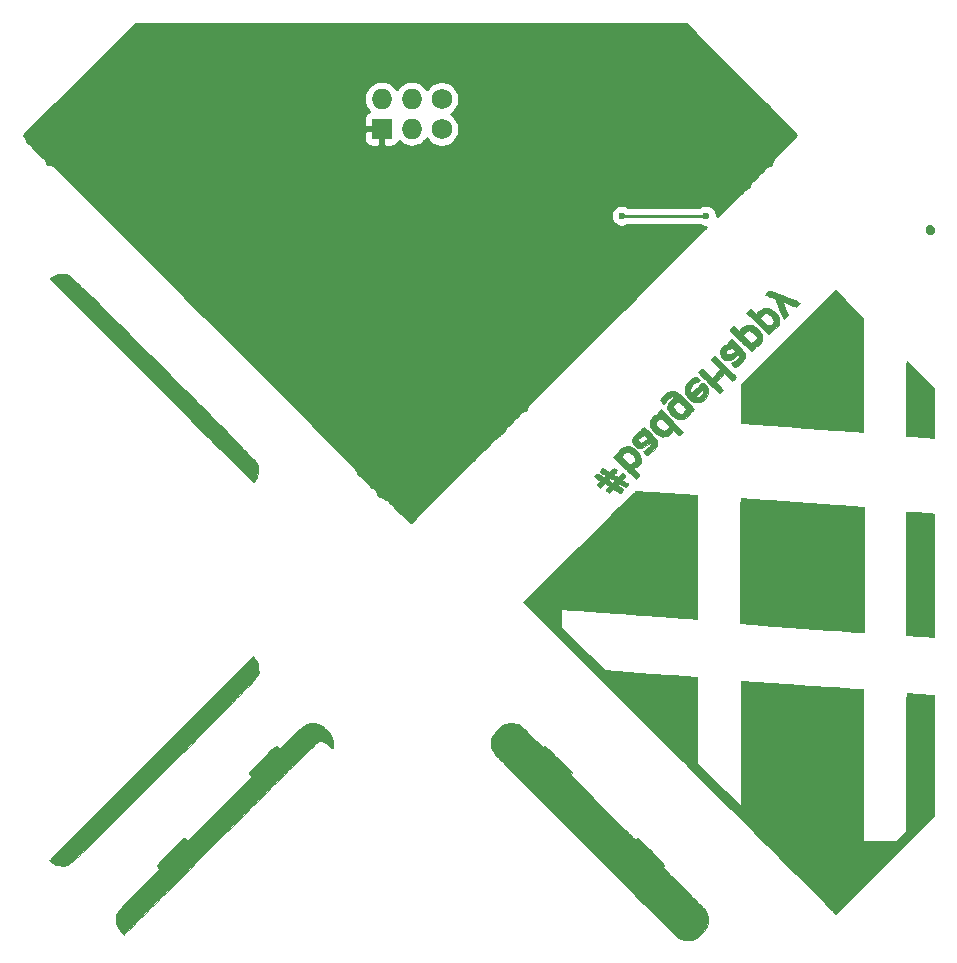
<source format=gbl>
G04 #@! TF.GenerationSoftware,KiCad,Pcbnew,(5.1.2)-1*
G04 #@! TF.CreationDate,2019-06-22T12:55:49-06:00*
G04 #@! TF.ProjectId,HtH_sao_prod,4874485f-7361-46f5-9f70-726f642e6b69,rev?*
G04 #@! TF.SameCoordinates,Original*
G04 #@! TF.FileFunction,Copper,L2,Bot*
G04 #@! TF.FilePolarity,Positive*
%FSLAX46Y46*%
G04 Gerber Fmt 4.6, Leading zero omitted, Abs format (unit mm)*
G04 Created by KiCad (PCBNEW (5.1.2)-1) date 2019-06-22 12:55:49*
%MOMM*%
%LPD*%
G04 APERTURE LIST*
%ADD10C,0.010000*%
%ADD11R,1.727200X1.727200*%
%ADD12O,1.727200X1.727200*%
%ADD13C,1.727200*%
%ADD14C,0.600000*%
%ADD15C,0.250000*%
%ADD16C,0.254000*%
G04 APERTURE END LIST*
D10*
G36*
X196954108Y-71960763D02*
G01*
X197075087Y-72062675D01*
X197138985Y-72219004D01*
X197146334Y-72305334D01*
X197111928Y-72482801D01*
X197015678Y-72610896D01*
X196868034Y-72678552D01*
X196786500Y-72686334D01*
X196624990Y-72651787D01*
X196530576Y-72582424D01*
X196441408Y-72443130D01*
X196419383Y-72289274D01*
X196456708Y-72140892D01*
X196545592Y-72018019D01*
X196678245Y-71940690D01*
X196786500Y-71924334D01*
X196954108Y-71960763D01*
X196954108Y-71960763D01*
G37*
X196954108Y-71960763D02*
X197075087Y-72062675D01*
X197138985Y-72219004D01*
X197146334Y-72305334D01*
X197111928Y-72482801D01*
X197015678Y-72610896D01*
X196868034Y-72678552D01*
X196786500Y-72686334D01*
X196624990Y-72651787D01*
X196530576Y-72582424D01*
X196441408Y-72443130D01*
X196419383Y-72289274D01*
X196456708Y-72140892D01*
X196545592Y-72018019D01*
X196678245Y-71940690D01*
X196786500Y-71924334D01*
X196954108Y-71960763D01*
G36*
X183240168Y-77485259D02*
G01*
X183364897Y-77527953D01*
X183543258Y-77593455D01*
X183763679Y-77677138D01*
X184014586Y-77774377D01*
X184284405Y-77880544D01*
X184561564Y-77991014D01*
X184834487Y-78101161D01*
X185091603Y-78206357D01*
X185321337Y-78301977D01*
X185512116Y-78383394D01*
X185652366Y-78445982D01*
X185730514Y-78485115D01*
X185742477Y-78494053D01*
X185731706Y-78547625D01*
X185673417Y-78628994D01*
X185588856Y-78716564D01*
X185499271Y-78788737D01*
X185425908Y-78823914D01*
X185417238Y-78824667D01*
X185353109Y-78809170D01*
X185228048Y-78766785D01*
X185059077Y-78703668D01*
X184863215Y-78625975D01*
X184827470Y-78611350D01*
X184635105Y-78533484D01*
X184473200Y-78470239D01*
X184356529Y-78427214D01*
X184299867Y-78410008D01*
X184296899Y-78410266D01*
X184308064Y-78451507D01*
X184346631Y-78556645D01*
X184407151Y-78711546D01*
X184484177Y-78902071D01*
X184519067Y-78986726D01*
X184752860Y-79550953D01*
X184612459Y-79695810D01*
X184515579Y-79782030D01*
X184431617Y-79833890D01*
X184404740Y-79840667D01*
X184368842Y-79812496D01*
X184314626Y-79724773D01*
X184239759Y-79572687D01*
X184141908Y-79351425D01*
X184018740Y-79056173D01*
X183988401Y-78981763D01*
X183639380Y-78122859D01*
X183259104Y-77981939D01*
X183092872Y-77917694D01*
X182958657Y-77860855D01*
X182875090Y-77819571D01*
X182857316Y-77806211D01*
X182867888Y-77752376D01*
X182925554Y-77670086D01*
X183009304Y-77581189D01*
X183098128Y-77507530D01*
X183171016Y-77470959D01*
X183180647Y-77470000D01*
X183240168Y-77485259D01*
X183240168Y-77485259D01*
G37*
X183240168Y-77485259D02*
X183364897Y-77527953D01*
X183543258Y-77593455D01*
X183763679Y-77677138D01*
X184014586Y-77774377D01*
X184284405Y-77880544D01*
X184561564Y-77991014D01*
X184834487Y-78101161D01*
X185091603Y-78206357D01*
X185321337Y-78301977D01*
X185512116Y-78383394D01*
X185652366Y-78445982D01*
X185730514Y-78485115D01*
X185742477Y-78494053D01*
X185731706Y-78547625D01*
X185673417Y-78628994D01*
X185588856Y-78716564D01*
X185499271Y-78788737D01*
X185425908Y-78823914D01*
X185417238Y-78824667D01*
X185353109Y-78809170D01*
X185228048Y-78766785D01*
X185059077Y-78703668D01*
X184863215Y-78625975D01*
X184827470Y-78611350D01*
X184635105Y-78533484D01*
X184473200Y-78470239D01*
X184356529Y-78427214D01*
X184299867Y-78410008D01*
X184296899Y-78410266D01*
X184308064Y-78451507D01*
X184346631Y-78556645D01*
X184407151Y-78711546D01*
X184484177Y-78902071D01*
X184519067Y-78986726D01*
X184752860Y-79550953D01*
X184612459Y-79695810D01*
X184515579Y-79782030D01*
X184431617Y-79833890D01*
X184404740Y-79840667D01*
X184368842Y-79812496D01*
X184314626Y-79724773D01*
X184239759Y-79572687D01*
X184141908Y-79351425D01*
X184018740Y-79056173D01*
X183988401Y-78981763D01*
X183639380Y-78122859D01*
X183259104Y-77981939D01*
X183092872Y-77917694D01*
X182958657Y-77860855D01*
X182875090Y-77819571D01*
X182857316Y-77806211D01*
X182867888Y-77752376D01*
X182925554Y-77670086D01*
X183009304Y-77581189D01*
X183098128Y-77507530D01*
X183171016Y-77470959D01*
X183180647Y-77470000D01*
X183240168Y-77485259D01*
G36*
X183188337Y-78974021D02*
G01*
X183443634Y-79093719D01*
X183676224Y-79278121D01*
X183807521Y-79428530D01*
X183963458Y-79685606D01*
X184041709Y-79934783D01*
X184043526Y-80168589D01*
X183970159Y-80379555D01*
X183822860Y-80560210D01*
X183602881Y-80703084D01*
X183593267Y-80707594D01*
X183485342Y-80764488D01*
X183423535Y-80810863D01*
X183417701Y-80829924D01*
X183407560Y-80872374D01*
X183353069Y-80947451D01*
X183274704Y-81033320D01*
X183192941Y-81108143D01*
X183128255Y-81150087D01*
X183114743Y-81153000D01*
X183074645Y-81124112D01*
X182982728Y-81042337D01*
X182846686Y-80915012D01*
X182674213Y-80749473D01*
X182473001Y-80553058D01*
X182250746Y-80333102D01*
X182161303Y-80243804D01*
X181723323Y-79805468D01*
X182402373Y-79805468D01*
X182715270Y-80121858D01*
X182878669Y-80279817D01*
X183004592Y-80377127D01*
X183109667Y-80418264D01*
X183210522Y-80407704D01*
X183323783Y-80349922D01*
X183391462Y-80303869D01*
X183510056Y-80179879D01*
X183546526Y-80035301D01*
X183500863Y-79870169D01*
X183490953Y-79850987D01*
X183388735Y-79707015D01*
X183249334Y-79568239D01*
X183098906Y-79457086D01*
X182963610Y-79395982D01*
X182959039Y-79394931D01*
X182809112Y-79402141D01*
X182656342Y-79476945D01*
X182523639Y-79606281D01*
X182483935Y-79665815D01*
X182402373Y-79805468D01*
X181723323Y-79805468D01*
X181252844Y-79334607D01*
X181397393Y-79185470D01*
X181489872Y-79098493D01*
X181562765Y-79044750D01*
X181585223Y-79036334D01*
X181634545Y-79064007D01*
X181725106Y-79137114D01*
X181838714Y-79240788D01*
X181857160Y-79258584D01*
X181981471Y-79373112D01*
X182059779Y-79428376D01*
X182100688Y-79429818D01*
X182108234Y-79417334D01*
X182175890Y-79308640D01*
X182295134Y-79185873D01*
X182440571Y-79070204D01*
X182586806Y-78982804D01*
X182666051Y-78952281D01*
X182924439Y-78924913D01*
X183188337Y-78974021D01*
X183188337Y-78974021D01*
G37*
X183188337Y-78974021D02*
X183443634Y-79093719D01*
X183676224Y-79278121D01*
X183807521Y-79428530D01*
X183963458Y-79685606D01*
X184041709Y-79934783D01*
X184043526Y-80168589D01*
X183970159Y-80379555D01*
X183822860Y-80560210D01*
X183602881Y-80703084D01*
X183593267Y-80707594D01*
X183485342Y-80764488D01*
X183423535Y-80810863D01*
X183417701Y-80829924D01*
X183407560Y-80872374D01*
X183353069Y-80947451D01*
X183274704Y-81033320D01*
X183192941Y-81108143D01*
X183128255Y-81150087D01*
X183114743Y-81153000D01*
X183074645Y-81124112D01*
X182982728Y-81042337D01*
X182846686Y-80915012D01*
X182674213Y-80749473D01*
X182473001Y-80553058D01*
X182250746Y-80333102D01*
X182161303Y-80243804D01*
X181723323Y-79805468D01*
X182402373Y-79805468D01*
X182715270Y-80121858D01*
X182878669Y-80279817D01*
X183004592Y-80377127D01*
X183109667Y-80418264D01*
X183210522Y-80407704D01*
X183323783Y-80349922D01*
X183391462Y-80303869D01*
X183510056Y-80179879D01*
X183546526Y-80035301D01*
X183500863Y-79870169D01*
X183490953Y-79850987D01*
X183388735Y-79707015D01*
X183249334Y-79568239D01*
X183098906Y-79457086D01*
X182963610Y-79395982D01*
X182959039Y-79394931D01*
X182809112Y-79402141D01*
X182656342Y-79476945D01*
X182523639Y-79606281D01*
X182483935Y-79665815D01*
X182402373Y-79805468D01*
X181723323Y-79805468D01*
X181252844Y-79334607D01*
X181397393Y-79185470D01*
X181489872Y-79098493D01*
X181562765Y-79044750D01*
X181585223Y-79036334D01*
X181634545Y-79064007D01*
X181725106Y-79137114D01*
X181838714Y-79240788D01*
X181857160Y-79258584D01*
X181981471Y-79373112D01*
X182059779Y-79428376D01*
X182100688Y-79429818D01*
X182108234Y-79417334D01*
X182175890Y-79308640D01*
X182295134Y-79185873D01*
X182440571Y-79070204D01*
X182586806Y-78982804D01*
X182666051Y-78952281D01*
X182924439Y-78924913D01*
X183188337Y-78974021D01*
G36*
X181704034Y-80410874D02*
G01*
X181876965Y-80471696D01*
X182104903Y-80616366D01*
X182300669Y-80806440D01*
X182454793Y-81025822D01*
X182557801Y-81258415D01*
X182600224Y-81488124D01*
X182581560Y-81669133D01*
X182506150Y-81834265D01*
X182382040Y-81992220D01*
X182232925Y-82118505D01*
X182082506Y-82188626D01*
X182077947Y-82189666D01*
X181976096Y-82234611D01*
X181948667Y-82291444D01*
X181916948Y-82371222D01*
X181840178Y-82466264D01*
X181745936Y-82548817D01*
X181661802Y-82591131D01*
X181649639Y-82592334D01*
X181605087Y-82563401D01*
X181509170Y-82481594D01*
X181369895Y-82354402D01*
X181195268Y-82189313D01*
X180993296Y-81993814D01*
X180771985Y-81775395D01*
X180710039Y-81713547D01*
X180487144Y-81489010D01*
X180285080Y-81282663D01*
X180226656Y-81222040D01*
X180975000Y-81222040D01*
X181004120Y-81270373D01*
X181080837Y-81359067D01*
X181189186Y-81472552D01*
X181313203Y-81595254D01*
X181436925Y-81711605D01*
X181544386Y-81806031D01*
X181619622Y-81862962D01*
X181642050Y-81872667D01*
X181716069Y-81857198D01*
X181824777Y-81819299D01*
X181840900Y-81812703D01*
X181988149Y-81719553D01*
X182080769Y-81595266D01*
X182105794Y-81459186D01*
X182100066Y-81425973D01*
X182045811Y-81315269D01*
X181943338Y-81180587D01*
X181814621Y-81045298D01*
X181681631Y-80932769D01*
X181578250Y-80871016D01*
X181466581Y-80836144D01*
X181368574Y-80846527D01*
X181298793Y-80872476D01*
X181195045Y-80936815D01*
X181090815Y-81032948D01*
X181009646Y-81135460D01*
X180975083Y-81218931D01*
X180975000Y-81222040D01*
X180226656Y-81222040D01*
X180111304Y-81102348D01*
X179973272Y-80955904D01*
X179878443Y-80851169D01*
X179834274Y-80795983D01*
X179832000Y-80790519D01*
X179861213Y-80735252D01*
X179932516Y-80651941D01*
X180021409Y-80564832D01*
X180103392Y-80498168D01*
X180150184Y-80475667D01*
X180197361Y-80503283D01*
X180286253Y-80576253D01*
X180399012Y-80679755D01*
X180417827Y-80697917D01*
X180551125Y-80818405D01*
X180634406Y-80871928D01*
X180667470Y-80863148D01*
X180726378Y-80766568D01*
X180829195Y-80648393D01*
X180950076Y-80535014D01*
X181063173Y-80452820D01*
X181076534Y-80445501D01*
X181257731Y-80389755D01*
X181477736Y-80378567D01*
X181704034Y-80410874D01*
X181704034Y-80410874D01*
G37*
X181704034Y-80410874D02*
X181876965Y-80471696D01*
X182104903Y-80616366D01*
X182300669Y-80806440D01*
X182454793Y-81025822D01*
X182557801Y-81258415D01*
X182600224Y-81488124D01*
X182581560Y-81669133D01*
X182506150Y-81834265D01*
X182382040Y-81992220D01*
X182232925Y-82118505D01*
X182082506Y-82188626D01*
X182077947Y-82189666D01*
X181976096Y-82234611D01*
X181948667Y-82291444D01*
X181916948Y-82371222D01*
X181840178Y-82466264D01*
X181745936Y-82548817D01*
X181661802Y-82591131D01*
X181649639Y-82592334D01*
X181605087Y-82563401D01*
X181509170Y-82481594D01*
X181369895Y-82354402D01*
X181195268Y-82189313D01*
X180993296Y-81993814D01*
X180771985Y-81775395D01*
X180710039Y-81713547D01*
X180487144Y-81489010D01*
X180285080Y-81282663D01*
X180226656Y-81222040D01*
X180975000Y-81222040D01*
X181004120Y-81270373D01*
X181080837Y-81359067D01*
X181189186Y-81472552D01*
X181313203Y-81595254D01*
X181436925Y-81711605D01*
X181544386Y-81806031D01*
X181619622Y-81862962D01*
X181642050Y-81872667D01*
X181716069Y-81857198D01*
X181824777Y-81819299D01*
X181840900Y-81812703D01*
X181988149Y-81719553D01*
X182080769Y-81595266D01*
X182105794Y-81459186D01*
X182100066Y-81425973D01*
X182045811Y-81315269D01*
X181943338Y-81180587D01*
X181814621Y-81045298D01*
X181681631Y-80932769D01*
X181578250Y-80871016D01*
X181466581Y-80836144D01*
X181368574Y-80846527D01*
X181298793Y-80872476D01*
X181195045Y-80936815D01*
X181090815Y-81032948D01*
X181009646Y-81135460D01*
X180975083Y-81218931D01*
X180975000Y-81222040D01*
X180226656Y-81222040D01*
X180111304Y-81102348D01*
X179973272Y-80955904D01*
X179878443Y-80851169D01*
X179834274Y-80795983D01*
X179832000Y-80790519D01*
X179861213Y-80735252D01*
X179932516Y-80651941D01*
X180021409Y-80564832D01*
X180103392Y-80498168D01*
X180150184Y-80475667D01*
X180197361Y-80503283D01*
X180286253Y-80576253D01*
X180399012Y-80679755D01*
X180417827Y-80697917D01*
X180551125Y-80818405D01*
X180634406Y-80871928D01*
X180667470Y-80863148D01*
X180726378Y-80766568D01*
X180829195Y-80648393D01*
X180950076Y-80535014D01*
X181063173Y-80452820D01*
X181076534Y-80445501D01*
X181257731Y-80389755D01*
X181477736Y-80378567D01*
X181704034Y-80410874D01*
G36*
X180023781Y-81605151D02*
G01*
X180115664Y-81685014D01*
X180245077Y-81806035D01*
X180401393Y-81958329D01*
X180537570Y-82094917D01*
X180771143Y-82338578D01*
X180944011Y-82538556D01*
X181059910Y-82706085D01*
X181122578Y-82852395D01*
X181135752Y-82988721D01*
X181103167Y-83126294D01*
X181028561Y-83276347D01*
X180964454Y-83378142D01*
X180869131Y-83496789D01*
X180739127Y-83626112D01*
X180593302Y-83750915D01*
X180450512Y-83855997D01*
X180329616Y-83926163D01*
X180258597Y-83947000D01*
X180183969Y-83918142D01*
X180091470Y-83846873D01*
X180072754Y-83828267D01*
X179983301Y-83713168D01*
X179970161Y-83625030D01*
X180034696Y-83551430D01*
X180107587Y-83510825D01*
X180251468Y-83425211D01*
X180394337Y-83312211D01*
X180518138Y-83189644D01*
X180604812Y-83075327D01*
X180636334Y-82989109D01*
X180621193Y-82911272D01*
X180571645Y-82897473D01*
X180481499Y-82948814D01*
X180378789Y-83035000D01*
X180126221Y-83223455D01*
X179872306Y-83336269D01*
X179651917Y-83369783D01*
X179457873Y-83342870D01*
X179294902Y-83253598D01*
X179145917Y-83091842D01*
X179119170Y-83054108D01*
X179059673Y-82949122D01*
X179034499Y-82840385D01*
X179035590Y-82690319D01*
X179035846Y-82686463D01*
X179508284Y-82686463D01*
X179548943Y-82794537D01*
X179559579Y-82807034D01*
X179660967Y-82875074D01*
X179786291Y-82874971D01*
X179943280Y-82805345D01*
X180075403Y-82715068D01*
X180305334Y-82541469D01*
X180185084Y-82415691D01*
X180064282Y-82327856D01*
X179933162Y-82314148D01*
X179781009Y-82375177D01*
X179679647Y-82444490D01*
X179551852Y-82569781D01*
X179508284Y-82686463D01*
X179035846Y-82686463D01*
X179036906Y-82670556D01*
X179088401Y-82428145D01*
X179207858Y-82233756D01*
X179398985Y-82082198D01*
X179491151Y-82034767D01*
X179601775Y-81976104D01*
X179667426Y-81925595D01*
X179676044Y-81902397D01*
X179689480Y-81853849D01*
X179747124Y-81774300D01*
X179827768Y-81686498D01*
X179910200Y-81613191D01*
X179973213Y-81577128D01*
X179980057Y-81576334D01*
X180023781Y-81605151D01*
X180023781Y-81605151D01*
G37*
X180023781Y-81605151D02*
X180115664Y-81685014D01*
X180245077Y-81806035D01*
X180401393Y-81958329D01*
X180537570Y-82094917D01*
X180771143Y-82338578D01*
X180944011Y-82538556D01*
X181059910Y-82706085D01*
X181122578Y-82852395D01*
X181135752Y-82988721D01*
X181103167Y-83126294D01*
X181028561Y-83276347D01*
X180964454Y-83378142D01*
X180869131Y-83496789D01*
X180739127Y-83626112D01*
X180593302Y-83750915D01*
X180450512Y-83855997D01*
X180329616Y-83926163D01*
X180258597Y-83947000D01*
X180183969Y-83918142D01*
X180091470Y-83846873D01*
X180072754Y-83828267D01*
X179983301Y-83713168D01*
X179970161Y-83625030D01*
X180034696Y-83551430D01*
X180107587Y-83510825D01*
X180251468Y-83425211D01*
X180394337Y-83312211D01*
X180518138Y-83189644D01*
X180604812Y-83075327D01*
X180636334Y-82989109D01*
X180621193Y-82911272D01*
X180571645Y-82897473D01*
X180481499Y-82948814D01*
X180378789Y-83035000D01*
X180126221Y-83223455D01*
X179872306Y-83336269D01*
X179651917Y-83369783D01*
X179457873Y-83342870D01*
X179294902Y-83253598D01*
X179145917Y-83091842D01*
X179119170Y-83054108D01*
X179059673Y-82949122D01*
X179034499Y-82840385D01*
X179035590Y-82690319D01*
X179035846Y-82686463D01*
X179508284Y-82686463D01*
X179548943Y-82794537D01*
X179559579Y-82807034D01*
X179660967Y-82875074D01*
X179786291Y-82874971D01*
X179943280Y-82805345D01*
X180075403Y-82715068D01*
X180305334Y-82541469D01*
X180185084Y-82415691D01*
X180064282Y-82327856D01*
X179933162Y-82314148D01*
X179781009Y-82375177D01*
X179679647Y-82444490D01*
X179551852Y-82569781D01*
X179508284Y-82686463D01*
X179035846Y-82686463D01*
X179036906Y-82670556D01*
X179088401Y-82428145D01*
X179207858Y-82233756D01*
X179398985Y-82082198D01*
X179491151Y-82034767D01*
X179601775Y-81976104D01*
X179667426Y-81925595D01*
X179676044Y-81902397D01*
X179689480Y-81853849D01*
X179747124Y-81774300D01*
X179827768Y-81686498D01*
X179910200Y-81613191D01*
X179973213Y-81577128D01*
X179980057Y-81576334D01*
X180023781Y-81605151D01*
G36*
X178604837Y-83044522D02*
G01*
X178699118Y-83124943D01*
X178833628Y-83247710D01*
X178999040Y-83403606D01*
X179186031Y-83583412D01*
X179385274Y-83777911D01*
X179587444Y-83977883D01*
X179783217Y-84174111D01*
X179963267Y-84357376D01*
X180118270Y-84518460D01*
X180238899Y-84648145D01*
X180315830Y-84737213D01*
X180340000Y-84775157D01*
X180310763Y-84830510D01*
X180239395Y-84913850D01*
X180150410Y-85000943D01*
X180068324Y-85067559D01*
X180021480Y-85090000D01*
X179976726Y-85061861D01*
X179887235Y-84985940D01*
X179767475Y-84874979D01*
X179674183Y-84784081D01*
X179366208Y-84478161D01*
X179006438Y-84836062D01*
X178646669Y-85193962D01*
X179299545Y-85850690D01*
X179155302Y-85999512D01*
X179057766Y-86087010D01*
X178973588Y-86140515D01*
X178944892Y-86148334D01*
X178898959Y-86119393D01*
X178801873Y-86037631D01*
X178661801Y-85910637D01*
X178486912Y-85745999D01*
X178285374Y-85551308D01*
X178065355Y-85334151D01*
X178021863Y-85290705D01*
X177801772Y-85068929D01*
X177602606Y-84865379D01*
X177431914Y-84688002D01*
X177297248Y-84544745D01*
X177206158Y-84443555D01*
X177166194Y-84392377D01*
X177165000Y-84388843D01*
X177194252Y-84333436D01*
X177265659Y-84250078D01*
X177354698Y-84162992D01*
X177436846Y-84096405D01*
X177483720Y-84074000D01*
X177526911Y-84102335D01*
X177616985Y-84179843D01*
X177741509Y-84295276D01*
X177888053Y-84437390D01*
X177915572Y-84464698D01*
X178307901Y-84855396D01*
X178667873Y-84497295D01*
X179027844Y-84139193D01*
X178205260Y-83313511D01*
X178349601Y-83164589D01*
X178447161Y-83077058D01*
X178531358Y-83023512D01*
X178560108Y-83015667D01*
X178604837Y-83044522D01*
X178604837Y-83044522D01*
G37*
X178604837Y-83044522D02*
X178699118Y-83124943D01*
X178833628Y-83247710D01*
X178999040Y-83403606D01*
X179186031Y-83583412D01*
X179385274Y-83777911D01*
X179587444Y-83977883D01*
X179783217Y-84174111D01*
X179963267Y-84357376D01*
X180118270Y-84518460D01*
X180238899Y-84648145D01*
X180315830Y-84737213D01*
X180340000Y-84775157D01*
X180310763Y-84830510D01*
X180239395Y-84913850D01*
X180150410Y-85000943D01*
X180068324Y-85067559D01*
X180021480Y-85090000D01*
X179976726Y-85061861D01*
X179887235Y-84985940D01*
X179767475Y-84874979D01*
X179674183Y-84784081D01*
X179366208Y-84478161D01*
X179006438Y-84836062D01*
X178646669Y-85193962D01*
X179299545Y-85850690D01*
X179155302Y-85999512D01*
X179057766Y-86087010D01*
X178973588Y-86140515D01*
X178944892Y-86148334D01*
X178898959Y-86119393D01*
X178801873Y-86037631D01*
X178661801Y-85910637D01*
X178486912Y-85745999D01*
X178285374Y-85551308D01*
X178065355Y-85334151D01*
X178021863Y-85290705D01*
X177801772Y-85068929D01*
X177602606Y-84865379D01*
X177431914Y-84688002D01*
X177297248Y-84544745D01*
X177206158Y-84443555D01*
X177166194Y-84392377D01*
X177165000Y-84388843D01*
X177194252Y-84333436D01*
X177265659Y-84250078D01*
X177354698Y-84162992D01*
X177436846Y-84096405D01*
X177483720Y-84074000D01*
X177526911Y-84102335D01*
X177616985Y-84179843D01*
X177741509Y-84295276D01*
X177888053Y-84437390D01*
X177915572Y-84464698D01*
X178307901Y-84855396D01*
X178667873Y-84497295D01*
X179027844Y-84139193D01*
X178205260Y-83313511D01*
X178349601Y-83164589D01*
X178447161Y-83077058D01*
X178531358Y-83023512D01*
X178560108Y-83015667D01*
X178604837Y-83044522D01*
G36*
X177070403Y-84782540D02*
G01*
X177164810Y-84858781D01*
X177244629Y-84953993D01*
X177285206Y-85042110D01*
X177285327Y-85067749D01*
X177236548Y-85124283D01*
X177123477Y-85185129D01*
X177047129Y-85214088D01*
X176836145Y-85313467D01*
X176667371Y-85447852D01*
X176548682Y-85604111D01*
X176487952Y-85769112D01*
X176493055Y-85929723D01*
X176548904Y-86044992D01*
X176575936Y-86073808D01*
X176608237Y-86080714D01*
X176656106Y-86058436D01*
X176729843Y-85999703D01*
X176839748Y-85897240D01*
X176996122Y-85743775D01*
X177047044Y-85693250D01*
X177207243Y-85538759D01*
X177351141Y-85408528D01*
X177466155Y-85313316D01*
X177539705Y-85263881D01*
X177554472Y-85259334D01*
X177621901Y-85292275D01*
X177714590Y-85377196D01*
X177814633Y-85493238D01*
X177904123Y-85619545D01*
X177965154Y-85735259D01*
X177966874Y-85739698D01*
X178007589Y-85940535D01*
X177998574Y-86164977D01*
X177942348Y-86370004D01*
X177928229Y-86399925D01*
X177771392Y-86620802D01*
X177564944Y-86781659D01*
X177323442Y-86877711D01*
X177061439Y-86904177D01*
X176793493Y-86856272D01*
X176678167Y-86810730D01*
X176481774Y-86688309D01*
X176295382Y-86518721D01*
X176208175Y-86408119D01*
X176975799Y-86408119D01*
X176989393Y-86440953D01*
X176995667Y-86445437D01*
X177100843Y-86482994D01*
X177218149Y-86458800D01*
X177338656Y-86390170D01*
X177486725Y-86259881D01*
X177557984Y-86123380D01*
X177549149Y-85987846D01*
X177536072Y-85958762D01*
X177480107Y-85851947D01*
X177206137Y-86128558D01*
X177076607Y-86263309D01*
X177002349Y-86352700D01*
X176975799Y-86408119D01*
X176208175Y-86408119D01*
X176145834Y-86329055D01*
X176081387Y-86208518D01*
X176033467Y-86018433D01*
X176024113Y-85797063D01*
X176052244Y-85582644D01*
X176103173Y-85437564D01*
X176210825Y-85277371D01*
X176361274Y-85115887D01*
X176535486Y-84967906D01*
X176714424Y-84848225D01*
X176879052Y-84771638D01*
X176986060Y-84751334D01*
X177070403Y-84782540D01*
X177070403Y-84782540D01*
G37*
X177070403Y-84782540D02*
X177164810Y-84858781D01*
X177244629Y-84953993D01*
X177285206Y-85042110D01*
X177285327Y-85067749D01*
X177236548Y-85124283D01*
X177123477Y-85185129D01*
X177047129Y-85214088D01*
X176836145Y-85313467D01*
X176667371Y-85447852D01*
X176548682Y-85604111D01*
X176487952Y-85769112D01*
X176493055Y-85929723D01*
X176548904Y-86044992D01*
X176575936Y-86073808D01*
X176608237Y-86080714D01*
X176656106Y-86058436D01*
X176729843Y-85999703D01*
X176839748Y-85897240D01*
X176996122Y-85743775D01*
X177047044Y-85693250D01*
X177207243Y-85538759D01*
X177351141Y-85408528D01*
X177466155Y-85313316D01*
X177539705Y-85263881D01*
X177554472Y-85259334D01*
X177621901Y-85292275D01*
X177714590Y-85377196D01*
X177814633Y-85493238D01*
X177904123Y-85619545D01*
X177965154Y-85735259D01*
X177966874Y-85739698D01*
X178007589Y-85940535D01*
X177998574Y-86164977D01*
X177942348Y-86370004D01*
X177928229Y-86399925D01*
X177771392Y-86620802D01*
X177564944Y-86781659D01*
X177323442Y-86877711D01*
X177061439Y-86904177D01*
X176793493Y-86856272D01*
X176678167Y-86810730D01*
X176481774Y-86688309D01*
X176295382Y-86518721D01*
X176208175Y-86408119D01*
X176975799Y-86408119D01*
X176989393Y-86440953D01*
X176995667Y-86445437D01*
X177100843Y-86482994D01*
X177218149Y-86458800D01*
X177338656Y-86390170D01*
X177486725Y-86259881D01*
X177557984Y-86123380D01*
X177549149Y-85987846D01*
X177536072Y-85958762D01*
X177480107Y-85851947D01*
X177206137Y-86128558D01*
X177076607Y-86263309D01*
X177002349Y-86352700D01*
X176975799Y-86408119D01*
X176208175Y-86408119D01*
X176145834Y-86329055D01*
X176081387Y-86208518D01*
X176033467Y-86018433D01*
X176024113Y-85797063D01*
X176052244Y-85582644D01*
X176103173Y-85437564D01*
X176210825Y-85277371D01*
X176361274Y-85115887D01*
X176535486Y-84967906D01*
X176714424Y-84848225D01*
X176879052Y-84771638D01*
X176986060Y-84751334D01*
X177070403Y-84782540D01*
G36*
X175097002Y-85954985D02*
G01*
X175314603Y-86027287D01*
X175397675Y-86083443D01*
X175522502Y-86185377D01*
X175678533Y-86322788D01*
X175855216Y-86485378D01*
X176041997Y-86662845D01*
X176228326Y-86844890D01*
X176403650Y-87021214D01*
X176557416Y-87181517D01*
X176679074Y-87315498D01*
X176758070Y-87412858D01*
X176784000Y-87461551D01*
X176755151Y-87529474D01*
X176681466Y-87625622D01*
X176625250Y-87684175D01*
X176502665Y-87814743D01*
X176385057Y-87959914D01*
X176351677Y-88006802D01*
X176180307Y-88190607D01*
X175961637Y-88304211D01*
X175695776Y-88347560D01*
X175653270Y-88348010D01*
X175487070Y-88335600D01*
X175330345Y-88305673D01*
X175260000Y-88282416D01*
X175077539Y-88172008D01*
X174900687Y-88009839D01*
X174744404Y-87816110D01*
X174623652Y-87611024D01*
X174553394Y-87414783D01*
X174541677Y-87312500D01*
X174545805Y-87291029D01*
X175048334Y-87291029D01*
X175085662Y-87437435D01*
X175184187Y-87588415D01*
X175323716Y-87725211D01*
X175484056Y-87829064D01*
X175645016Y-87881216D01*
X175686632Y-87884000D01*
X175794638Y-87871441D01*
X175885728Y-87822477D01*
X175990806Y-87720174D01*
X175995907Y-87714545D01*
X176081342Y-87614377D01*
X176136914Y-87538476D01*
X176149000Y-87512402D01*
X176120735Y-87470724D01*
X176044436Y-87384102D01*
X175932844Y-87266536D01*
X175839197Y-87171979D01*
X175698703Y-87034109D01*
X175602378Y-86947462D01*
X175535016Y-86902896D01*
X175481414Y-86891274D01*
X175426369Y-86903456D01*
X175405280Y-86911148D01*
X175255778Y-86992978D01*
X175134007Y-87105541D01*
X175060611Y-87226866D01*
X175048334Y-87291029D01*
X174545805Y-87291029D01*
X174580245Y-87111903D01*
X174683085Y-86910600D01*
X174833246Y-86731792D01*
X175013778Y-86598677D01*
X175088281Y-86564340D01*
X175161979Y-86531342D01*
X175162390Y-86501408D01*
X175114326Y-86462671D01*
X174977538Y-86408215D01*
X174830132Y-86437048D01*
X174673112Y-86548596D01*
X174507484Y-86742283D01*
X174432630Y-86852613D01*
X174352456Y-86970099D01*
X174286883Y-87052136D01*
X174252830Y-87079667D01*
X174205308Y-87051693D01*
X174124140Y-86980747D01*
X174078774Y-86935737D01*
X173999579Y-86842295D01*
X173966833Y-86759024D01*
X173983441Y-86667494D01*
X174052303Y-86549273D01*
X174162645Y-86403191D01*
X174377738Y-86181184D01*
X174611187Y-86030515D01*
X174853953Y-85954133D01*
X175097002Y-85954985D01*
X175097002Y-85954985D01*
G37*
X175097002Y-85954985D02*
X175314603Y-86027287D01*
X175397675Y-86083443D01*
X175522502Y-86185377D01*
X175678533Y-86322788D01*
X175855216Y-86485378D01*
X176041997Y-86662845D01*
X176228326Y-86844890D01*
X176403650Y-87021214D01*
X176557416Y-87181517D01*
X176679074Y-87315498D01*
X176758070Y-87412858D01*
X176784000Y-87461551D01*
X176755151Y-87529474D01*
X176681466Y-87625622D01*
X176625250Y-87684175D01*
X176502665Y-87814743D01*
X176385057Y-87959914D01*
X176351677Y-88006802D01*
X176180307Y-88190607D01*
X175961637Y-88304211D01*
X175695776Y-88347560D01*
X175653270Y-88348010D01*
X175487070Y-88335600D01*
X175330345Y-88305673D01*
X175260000Y-88282416D01*
X175077539Y-88172008D01*
X174900687Y-88009839D01*
X174744404Y-87816110D01*
X174623652Y-87611024D01*
X174553394Y-87414783D01*
X174541677Y-87312500D01*
X174545805Y-87291029D01*
X175048334Y-87291029D01*
X175085662Y-87437435D01*
X175184187Y-87588415D01*
X175323716Y-87725211D01*
X175484056Y-87829064D01*
X175645016Y-87881216D01*
X175686632Y-87884000D01*
X175794638Y-87871441D01*
X175885728Y-87822477D01*
X175990806Y-87720174D01*
X175995907Y-87714545D01*
X176081342Y-87614377D01*
X176136914Y-87538476D01*
X176149000Y-87512402D01*
X176120735Y-87470724D01*
X176044436Y-87384102D01*
X175932844Y-87266536D01*
X175839197Y-87171979D01*
X175698703Y-87034109D01*
X175602378Y-86947462D01*
X175535016Y-86902896D01*
X175481414Y-86891274D01*
X175426369Y-86903456D01*
X175405280Y-86911148D01*
X175255778Y-86992978D01*
X175134007Y-87105541D01*
X175060611Y-87226866D01*
X175048334Y-87291029D01*
X174545805Y-87291029D01*
X174580245Y-87111903D01*
X174683085Y-86910600D01*
X174833246Y-86731792D01*
X175013778Y-86598677D01*
X175088281Y-86564340D01*
X175161979Y-86531342D01*
X175162390Y-86501408D01*
X175114326Y-86462671D01*
X174977538Y-86408215D01*
X174830132Y-86437048D01*
X174673112Y-86548596D01*
X174507484Y-86742283D01*
X174432630Y-86852613D01*
X174352456Y-86970099D01*
X174286883Y-87052136D01*
X174252830Y-87079667D01*
X174205308Y-87051693D01*
X174124140Y-86980747D01*
X174078774Y-86935737D01*
X173999579Y-86842295D01*
X173966833Y-86759024D01*
X173983441Y-86667494D01*
X174052303Y-86549273D01*
X174162645Y-86403191D01*
X174377738Y-86181184D01*
X174611187Y-86030515D01*
X174853953Y-85954133D01*
X175097002Y-85954985D01*
G36*
X189971436Y-78591834D02*
G01*
X191131292Y-79777167D01*
X191133146Y-84592584D01*
X191135000Y-89408000D01*
X190891584Y-89402565D01*
X190818154Y-89398955D01*
X190665838Y-89389808D01*
X190440213Y-89375501D01*
X190146851Y-89356407D01*
X189791329Y-89332901D01*
X189379221Y-89305360D01*
X188916101Y-89274156D01*
X188407545Y-89239666D01*
X187859127Y-89202265D01*
X187276423Y-89162326D01*
X186665006Y-89120226D01*
X186030452Y-89076339D01*
X185705750Y-89053808D01*
X180763334Y-88710486D01*
X180763334Y-85449226D01*
X184787457Y-81427863D01*
X188811581Y-77406500D01*
X189971436Y-78591834D01*
X189971436Y-78591834D01*
G37*
X189971436Y-78591834D02*
X191131292Y-79777167D01*
X191133146Y-84592584D01*
X191135000Y-89408000D01*
X190891584Y-89402565D01*
X190818154Y-89398955D01*
X190665838Y-89389808D01*
X190440213Y-89375501D01*
X190146851Y-89356407D01*
X189791329Y-89332901D01*
X189379221Y-89305360D01*
X188916101Y-89274156D01*
X188407545Y-89239666D01*
X187859127Y-89202265D01*
X187276423Y-89162326D01*
X186665006Y-89120226D01*
X186030452Y-89076339D01*
X185705750Y-89053808D01*
X180763334Y-88710486D01*
X180763334Y-85449226D01*
X184787457Y-81427863D01*
X188811581Y-77406500D01*
X189971436Y-78591834D01*
G36*
X174922308Y-88456474D02*
G01*
X175152085Y-88687482D01*
X175361229Y-88900455D01*
X175542489Y-89087794D01*
X175688613Y-89241900D01*
X175792350Y-89355173D01*
X175846447Y-89420013D01*
X175852667Y-89431469D01*
X175821466Y-89494688D01*
X175746363Y-89577556D01*
X175655106Y-89654614D01*
X175575444Y-89700404D01*
X175555245Y-89704334D01*
X175498780Y-89676155D01*
X175402157Y-89601331D01*
X175283707Y-89494434D01*
X175250644Y-89462242D01*
X175120128Y-89339860D01*
X175039916Y-89281384D01*
X175007134Y-89284835D01*
X175006000Y-89294023D01*
X174977582Y-89361699D01*
X174903826Y-89462245D01*
X174821384Y-89552511D01*
X174676359Y-89678196D01*
X174533352Y-89752104D01*
X174417134Y-89784230D01*
X174285442Y-89811889D01*
X174202279Y-89823405D01*
X174133168Y-89819320D01*
X174043631Y-89800175D01*
X174004054Y-89790723D01*
X173767420Y-89697310D01*
X173535012Y-89540055D01*
X173328426Y-89337987D01*
X173169254Y-89110129D01*
X173123065Y-89014513D01*
X173064843Y-88774108D01*
X173072315Y-88655508D01*
X173561368Y-88655508D01*
X173597006Y-88816401D01*
X173607534Y-88840578D01*
X173733032Y-89046412D01*
X173889511Y-89197610D01*
X174063800Y-89288649D01*
X174242731Y-89314009D01*
X174413135Y-89268169D01*
X174495706Y-89212934D01*
X174605487Y-89115246D01*
X174666982Y-89035710D01*
X174677535Y-88958790D01*
X174634487Y-88868951D01*
X174535180Y-88750658D01*
X174391315Y-88602810D01*
X174231523Y-88446916D01*
X174111487Y-88348824D01*
X174014144Y-88303564D01*
X173922431Y-88306167D01*
X173819287Y-88351665D01*
X173726730Y-88409265D01*
X173603719Y-88523019D01*
X173561368Y-88655508D01*
X173072315Y-88655508D01*
X173080347Y-88528048D01*
X173143459Y-88349421D01*
X173232602Y-88221738D01*
X173355584Y-88102549D01*
X173487455Y-88011840D01*
X173603266Y-87969594D01*
X173618827Y-87968667D01*
X173682659Y-87934384D01*
X173693667Y-87892305D01*
X173722502Y-87819360D01*
X173795672Y-87721006D01*
X173842808Y-87671389D01*
X173991949Y-87526836D01*
X174922308Y-88456474D01*
X174922308Y-88456474D01*
G37*
X174922308Y-88456474D02*
X175152085Y-88687482D01*
X175361229Y-88900455D01*
X175542489Y-89087794D01*
X175688613Y-89241900D01*
X175792350Y-89355173D01*
X175846447Y-89420013D01*
X175852667Y-89431469D01*
X175821466Y-89494688D01*
X175746363Y-89577556D01*
X175655106Y-89654614D01*
X175575444Y-89700404D01*
X175555245Y-89704334D01*
X175498780Y-89676155D01*
X175402157Y-89601331D01*
X175283707Y-89494434D01*
X175250644Y-89462242D01*
X175120128Y-89339860D01*
X175039916Y-89281384D01*
X175007134Y-89284835D01*
X175006000Y-89294023D01*
X174977582Y-89361699D01*
X174903826Y-89462245D01*
X174821384Y-89552511D01*
X174676359Y-89678196D01*
X174533352Y-89752104D01*
X174417134Y-89784230D01*
X174285442Y-89811889D01*
X174202279Y-89823405D01*
X174133168Y-89819320D01*
X174043631Y-89800175D01*
X174004054Y-89790723D01*
X173767420Y-89697310D01*
X173535012Y-89540055D01*
X173328426Y-89337987D01*
X173169254Y-89110129D01*
X173123065Y-89014513D01*
X173064843Y-88774108D01*
X173072315Y-88655508D01*
X173561368Y-88655508D01*
X173597006Y-88816401D01*
X173607534Y-88840578D01*
X173733032Y-89046412D01*
X173889511Y-89197610D01*
X174063800Y-89288649D01*
X174242731Y-89314009D01*
X174413135Y-89268169D01*
X174495706Y-89212934D01*
X174605487Y-89115246D01*
X174666982Y-89035710D01*
X174677535Y-88958790D01*
X174634487Y-88868951D01*
X174535180Y-88750658D01*
X174391315Y-88602810D01*
X174231523Y-88446916D01*
X174111487Y-88348824D01*
X174014144Y-88303564D01*
X173922431Y-88306167D01*
X173819287Y-88351665D01*
X173726730Y-88409265D01*
X173603719Y-88523019D01*
X173561368Y-88655508D01*
X173072315Y-88655508D01*
X173080347Y-88528048D01*
X173143459Y-88349421D01*
X173232602Y-88221738D01*
X173355584Y-88102549D01*
X173487455Y-88011840D01*
X173603266Y-87969594D01*
X173618827Y-87968667D01*
X173682659Y-87934384D01*
X173693667Y-87892305D01*
X173722502Y-87819360D01*
X173795672Y-87721006D01*
X173842808Y-87671389D01*
X173991949Y-87526836D01*
X174922308Y-88456474D01*
G36*
X194843769Y-83467953D02*
G01*
X194932836Y-83550487D01*
X195068243Y-83680115D01*
X195243325Y-83850348D01*
X195451418Y-84054701D01*
X195685858Y-84286686D01*
X195939980Y-84539816D01*
X195993039Y-84592867D01*
X197146334Y-85746734D01*
X197146334Y-89916000D01*
X196966417Y-89910235D01*
X196870578Y-89905049D01*
X196705951Y-89893864D01*
X196488111Y-89877836D01*
X196232635Y-89858120D01*
X195955099Y-89835870D01*
X195876334Y-89829408D01*
X195602168Y-89806978D01*
X195352074Y-89786859D01*
X195139965Y-89770143D01*
X194979756Y-89757922D01*
X194885362Y-89751288D01*
X194870917Y-89750506D01*
X194775667Y-89746667D01*
X194775667Y-86592834D01*
X194776086Y-86084443D01*
X194777298Y-85601434D01*
X194779237Y-85150372D01*
X194781836Y-84737824D01*
X194785028Y-84370355D01*
X194788747Y-84054533D01*
X194792926Y-83796924D01*
X194797498Y-83604094D01*
X194802396Y-83482609D01*
X194807554Y-83439035D01*
X194807705Y-83439000D01*
X194843769Y-83467953D01*
X194843769Y-83467953D01*
G37*
X194843769Y-83467953D02*
X194932836Y-83550487D01*
X195068243Y-83680115D01*
X195243325Y-83850348D01*
X195451418Y-84054701D01*
X195685858Y-84286686D01*
X195939980Y-84539816D01*
X195993039Y-84592867D01*
X197146334Y-85746734D01*
X197146334Y-89916000D01*
X196966417Y-89910235D01*
X196870578Y-89905049D01*
X196705951Y-89893864D01*
X196488111Y-89877836D01*
X196232635Y-89858120D01*
X195955099Y-89835870D01*
X195876334Y-89829408D01*
X195602168Y-89806978D01*
X195352074Y-89786859D01*
X195139965Y-89770143D01*
X194979756Y-89757922D01*
X194885362Y-89751288D01*
X194870917Y-89750506D01*
X194775667Y-89746667D01*
X194775667Y-86592834D01*
X194776086Y-86084443D01*
X194777298Y-85601434D01*
X194779237Y-85150372D01*
X194781836Y-84737824D01*
X194785028Y-84370355D01*
X194788747Y-84054533D01*
X194792926Y-83796924D01*
X194797498Y-83604094D01*
X194802396Y-83482609D01*
X194807554Y-83439035D01*
X194807705Y-83439000D01*
X194843769Y-83467953D01*
G36*
X172602527Y-89055987D02*
G01*
X172697053Y-89134960D01*
X172825179Y-89251936D01*
X172974857Y-89394931D01*
X173134041Y-89551965D01*
X173290684Y-89711052D01*
X173432740Y-89860212D01*
X173548162Y-89987461D01*
X173624903Y-90080817D01*
X173646736Y-90114300D01*
X173700243Y-90309040D01*
X173676532Y-90519622D01*
X173579592Y-90737937D01*
X173413414Y-90955877D01*
X173181987Y-91165332D01*
X173099913Y-91225666D01*
X172973356Y-91310923D01*
X172872452Y-91372455D01*
X172818054Y-91397592D01*
X172816826Y-91397667D01*
X172766975Y-91369652D01*
X172684825Y-91298851D01*
X172643638Y-91258068D01*
X172562195Y-91163863D01*
X172513978Y-91088424D01*
X172508334Y-91068281D01*
X172543164Y-91022655D01*
X172632675Y-90959077D01*
X172712103Y-90914835D01*
X172847011Y-90830816D01*
X172984224Y-90720146D01*
X173105567Y-90600779D01*
X173192864Y-90490670D01*
X173227940Y-90407773D01*
X173228000Y-90405210D01*
X173209470Y-90336949D01*
X173150634Y-90331506D01*
X173046625Y-90389961D01*
X172946617Y-90467582D01*
X172673976Y-90661485D01*
X172422795Y-90773589D01*
X172192764Y-90803914D01*
X171983575Y-90752482D01*
X171794921Y-90619314D01*
X171731894Y-90551275D01*
X171625064Y-90364726D01*
X171590006Y-90159106D01*
X171596460Y-90116111D01*
X172085000Y-90116111D01*
X172118192Y-90211784D01*
X172196329Y-90297395D01*
X172287254Y-90338916D01*
X172295970Y-90339334D01*
X172369511Y-90317003D01*
X172481693Y-90259720D01*
X172560417Y-90211099D01*
X172713291Y-90105230D01*
X172799670Y-90027596D01*
X172826250Y-89963873D01*
X172799730Y-89899739D01*
X172737847Y-89831644D01*
X172654937Y-89756651D01*
X172589388Y-89732140D01*
X172501737Y-89749661D01*
X172444834Y-89768916D01*
X172300229Y-89841767D01*
X172178476Y-89942801D01*
X172101176Y-90051175D01*
X172085000Y-90116111D01*
X171596460Y-90116111D01*
X171621360Y-89950258D01*
X171713766Y-89754025D01*
X171861863Y-89586251D01*
X172060291Y-89462779D01*
X172106343Y-89444506D01*
X172208006Y-89390434D01*
X172253760Y-89329467D01*
X172254334Y-89322749D01*
X172286058Y-89245837D01*
X172362754Y-89152901D01*
X172456703Y-89071327D01*
X172540187Y-89028506D01*
X172553645Y-89027000D01*
X172602527Y-89055987D01*
X172602527Y-89055987D01*
G37*
X172602527Y-89055987D02*
X172697053Y-89134960D01*
X172825179Y-89251936D01*
X172974857Y-89394931D01*
X173134041Y-89551965D01*
X173290684Y-89711052D01*
X173432740Y-89860212D01*
X173548162Y-89987461D01*
X173624903Y-90080817D01*
X173646736Y-90114300D01*
X173700243Y-90309040D01*
X173676532Y-90519622D01*
X173579592Y-90737937D01*
X173413414Y-90955877D01*
X173181987Y-91165332D01*
X173099913Y-91225666D01*
X172973356Y-91310923D01*
X172872452Y-91372455D01*
X172818054Y-91397592D01*
X172816826Y-91397667D01*
X172766975Y-91369652D01*
X172684825Y-91298851D01*
X172643638Y-91258068D01*
X172562195Y-91163863D01*
X172513978Y-91088424D01*
X172508334Y-91068281D01*
X172543164Y-91022655D01*
X172632675Y-90959077D01*
X172712103Y-90914835D01*
X172847011Y-90830816D01*
X172984224Y-90720146D01*
X173105567Y-90600779D01*
X173192864Y-90490670D01*
X173227940Y-90407773D01*
X173228000Y-90405210D01*
X173209470Y-90336949D01*
X173150634Y-90331506D01*
X173046625Y-90389961D01*
X172946617Y-90467582D01*
X172673976Y-90661485D01*
X172422795Y-90773589D01*
X172192764Y-90803914D01*
X171983575Y-90752482D01*
X171794921Y-90619314D01*
X171731894Y-90551275D01*
X171625064Y-90364726D01*
X171590006Y-90159106D01*
X171596460Y-90116111D01*
X172085000Y-90116111D01*
X172118192Y-90211784D01*
X172196329Y-90297395D01*
X172287254Y-90338916D01*
X172295970Y-90339334D01*
X172369511Y-90317003D01*
X172481693Y-90259720D01*
X172560417Y-90211099D01*
X172713291Y-90105230D01*
X172799670Y-90027596D01*
X172826250Y-89963873D01*
X172799730Y-89899739D01*
X172737847Y-89831644D01*
X172654937Y-89756651D01*
X172589388Y-89732140D01*
X172501737Y-89749661D01*
X172444834Y-89768916D01*
X172300229Y-89841767D01*
X172178476Y-89942801D01*
X172101176Y-90051175D01*
X172085000Y-90116111D01*
X171596460Y-90116111D01*
X171621360Y-89950258D01*
X171713766Y-89754025D01*
X171861863Y-89586251D01*
X172060291Y-89462779D01*
X172106343Y-89444506D01*
X172208006Y-89390434D01*
X172253760Y-89329467D01*
X172254334Y-89322749D01*
X172286058Y-89245837D01*
X172362754Y-89152901D01*
X172456703Y-89071327D01*
X172540187Y-89028506D01*
X172553645Y-89027000D01*
X172602527Y-89055987D01*
G36*
X171235128Y-90646649D02*
G01*
X171526544Y-90709091D01*
X171781992Y-90842853D01*
X172008577Y-91052400D01*
X172127625Y-91207590D01*
X172264368Y-91463024D01*
X172323145Y-91711007D01*
X172305777Y-91942934D01*
X172214084Y-92150196D01*
X172049886Y-92324188D01*
X171868456Y-92433222D01*
X171666401Y-92526835D01*
X171918034Y-92775842D01*
X172034141Y-92898402D01*
X172121904Y-93005633D01*
X172166754Y-93079215D01*
X172169667Y-93092338D01*
X172140399Y-93161709D01*
X172069955Y-93251805D01*
X171984372Y-93334980D01*
X171909688Y-93383590D01*
X171891823Y-93387334D01*
X171853005Y-93358445D01*
X171762189Y-93276605D01*
X171626921Y-93149054D01*
X171454747Y-92983034D01*
X171253213Y-92785783D01*
X171029863Y-92564543D01*
X170920473Y-92455306D01*
X169989500Y-91523279D01*
X170011715Y-91501216D01*
X170706090Y-91501216D01*
X170741215Y-91571419D01*
X170820743Y-91670526D01*
X170953318Y-91810754D01*
X170989389Y-91847256D01*
X171123862Y-91977288D01*
X171241046Y-92080831D01*
X171325773Y-92145026D01*
X171357876Y-92159667D01*
X171432535Y-92142435D01*
X171541177Y-92100029D01*
X171561484Y-92090648D01*
X171717704Y-91985917D01*
X171810464Y-91856384D01*
X171831000Y-91757908D01*
X171795882Y-91630786D01*
X171703317Y-91486129D01*
X171572491Y-91342403D01*
X171422590Y-91218071D01*
X171272799Y-91131599D01*
X171148788Y-91101334D01*
X171034771Y-91133340D01*
X170904714Y-91214149D01*
X170787738Y-91320945D01*
X170712960Y-91430914D01*
X170706724Y-91447697D01*
X170706090Y-91501216D01*
X170011715Y-91501216D01*
X170169963Y-91344056D01*
X170296209Y-91209064D01*
X170418782Y-91062799D01*
X170473075Y-90990535D01*
X170654162Y-90801737D01*
X170877661Y-90684560D01*
X171135530Y-90642632D01*
X171235128Y-90646649D01*
X171235128Y-90646649D01*
G37*
X171235128Y-90646649D02*
X171526544Y-90709091D01*
X171781992Y-90842853D01*
X172008577Y-91052400D01*
X172127625Y-91207590D01*
X172264368Y-91463024D01*
X172323145Y-91711007D01*
X172305777Y-91942934D01*
X172214084Y-92150196D01*
X172049886Y-92324188D01*
X171868456Y-92433222D01*
X171666401Y-92526835D01*
X171918034Y-92775842D01*
X172034141Y-92898402D01*
X172121904Y-93005633D01*
X172166754Y-93079215D01*
X172169667Y-93092338D01*
X172140399Y-93161709D01*
X172069955Y-93251805D01*
X171984372Y-93334980D01*
X171909688Y-93383590D01*
X171891823Y-93387334D01*
X171853005Y-93358445D01*
X171762189Y-93276605D01*
X171626921Y-93149054D01*
X171454747Y-92983034D01*
X171253213Y-92785783D01*
X171029863Y-92564543D01*
X170920473Y-92455306D01*
X169989500Y-91523279D01*
X170011715Y-91501216D01*
X170706090Y-91501216D01*
X170741215Y-91571419D01*
X170820743Y-91670526D01*
X170953318Y-91810754D01*
X170989389Y-91847256D01*
X171123862Y-91977288D01*
X171241046Y-92080831D01*
X171325773Y-92145026D01*
X171357876Y-92159667D01*
X171432535Y-92142435D01*
X171541177Y-92100029D01*
X171561484Y-92090648D01*
X171717704Y-91985917D01*
X171810464Y-91856384D01*
X171831000Y-91757908D01*
X171795882Y-91630786D01*
X171703317Y-91486129D01*
X171572491Y-91342403D01*
X171422590Y-91218071D01*
X171272799Y-91131599D01*
X171148788Y-91101334D01*
X171034771Y-91133340D01*
X170904714Y-91214149D01*
X170787738Y-91320945D01*
X170712960Y-91430914D01*
X170706724Y-91447697D01*
X170706090Y-91501216D01*
X170011715Y-91501216D01*
X170169963Y-91344056D01*
X170296209Y-91209064D01*
X170418782Y-91062799D01*
X170473075Y-90990535D01*
X170654162Y-90801737D01*
X170877661Y-90684560D01*
X171135530Y-90642632D01*
X171235128Y-90646649D01*
G36*
X123550863Y-76040761D02*
G01*
X123599801Y-76047898D01*
X123653288Y-76063153D01*
X123713570Y-76088614D01*
X123782890Y-76126366D01*
X123863496Y-76178496D01*
X123957631Y-76247091D01*
X124067541Y-76334239D01*
X124195470Y-76442024D01*
X124343664Y-76572536D01*
X124514369Y-76727859D01*
X124709828Y-76910080D01*
X124932287Y-77121287D01*
X125183992Y-77363567D01*
X125467186Y-77639005D01*
X125784116Y-77949688D01*
X126137027Y-78297704D01*
X126528163Y-78685139D01*
X126959770Y-79114079D01*
X127434092Y-79586612D01*
X127953375Y-80104824D01*
X128519864Y-80670801D01*
X129135804Y-81286631D01*
X129803440Y-81954401D01*
X130525017Y-82676196D01*
X131302780Y-83454104D01*
X131896213Y-84047507D01*
X132719725Y-84870986D01*
X133485283Y-85636770D01*
X134194917Y-86346919D01*
X134850657Y-87003491D01*
X135454530Y-87608546D01*
X136008567Y-88164141D01*
X136514798Y-88672337D01*
X136975251Y-89135192D01*
X137391956Y-89554766D01*
X137766942Y-89933116D01*
X138102239Y-90272302D01*
X138399876Y-90574384D01*
X138661882Y-90841419D01*
X138890287Y-91075468D01*
X139087120Y-91278588D01*
X139254410Y-91452839D01*
X139394187Y-91600280D01*
X139508480Y-91722970D01*
X139599318Y-91822968D01*
X139668732Y-91902332D01*
X139718749Y-91963122D01*
X139751400Y-92007397D01*
X139766561Y-92032667D01*
X139860830Y-92295913D01*
X139906369Y-92592983D01*
X139900573Y-92890159D01*
X139850917Y-93125054D01*
X139796431Y-93257528D01*
X139721717Y-93400194D01*
X139639855Y-93532315D01*
X139563922Y-93633152D01*
X139506999Y-93681966D01*
X139498612Y-93683667D01*
X139466446Y-93654114D01*
X139376809Y-93567034D01*
X139232074Y-93424789D01*
X139034616Y-93229745D01*
X138786807Y-92984267D01*
X138491021Y-92690719D01*
X138149630Y-92351465D01*
X137765008Y-91968871D01*
X137339529Y-91545301D01*
X136875565Y-91083119D01*
X136375490Y-90584690D01*
X135841677Y-90052379D01*
X135276499Y-89488550D01*
X134682330Y-88895569D01*
X134061542Y-88275799D01*
X133416510Y-87631605D01*
X132749606Y-86965352D01*
X132063203Y-86279404D01*
X131359675Y-85576127D01*
X130858118Y-85074618D01*
X122249148Y-76465570D01*
X122393821Y-76355222D01*
X122658985Y-76188097D01*
X122934662Y-76090852D01*
X123247614Y-76054544D01*
X123295834Y-76053815D01*
X123355702Y-76051661D01*
X123408893Y-76047192D01*
X123457654Y-76042495D01*
X123504229Y-76039655D01*
X123550863Y-76040761D01*
X123550863Y-76040761D01*
G37*
X123550863Y-76040761D02*
X123599801Y-76047898D01*
X123653288Y-76063153D01*
X123713570Y-76088614D01*
X123782890Y-76126366D01*
X123863496Y-76178496D01*
X123957631Y-76247091D01*
X124067541Y-76334239D01*
X124195470Y-76442024D01*
X124343664Y-76572536D01*
X124514369Y-76727859D01*
X124709828Y-76910080D01*
X124932287Y-77121287D01*
X125183992Y-77363567D01*
X125467186Y-77639005D01*
X125784116Y-77949688D01*
X126137027Y-78297704D01*
X126528163Y-78685139D01*
X126959770Y-79114079D01*
X127434092Y-79586612D01*
X127953375Y-80104824D01*
X128519864Y-80670801D01*
X129135804Y-81286631D01*
X129803440Y-81954401D01*
X130525017Y-82676196D01*
X131302780Y-83454104D01*
X131896213Y-84047507D01*
X132719725Y-84870986D01*
X133485283Y-85636770D01*
X134194917Y-86346919D01*
X134850657Y-87003491D01*
X135454530Y-87608546D01*
X136008567Y-88164141D01*
X136514798Y-88672337D01*
X136975251Y-89135192D01*
X137391956Y-89554766D01*
X137766942Y-89933116D01*
X138102239Y-90272302D01*
X138399876Y-90574384D01*
X138661882Y-90841419D01*
X138890287Y-91075468D01*
X139087120Y-91278588D01*
X139254410Y-91452839D01*
X139394187Y-91600280D01*
X139508480Y-91722970D01*
X139599318Y-91822968D01*
X139668732Y-91902332D01*
X139718749Y-91963122D01*
X139751400Y-92007397D01*
X139766561Y-92032667D01*
X139860830Y-92295913D01*
X139906369Y-92592983D01*
X139900573Y-92890159D01*
X139850917Y-93125054D01*
X139796431Y-93257528D01*
X139721717Y-93400194D01*
X139639855Y-93532315D01*
X139563922Y-93633152D01*
X139506999Y-93681966D01*
X139498612Y-93683667D01*
X139466446Y-93654114D01*
X139376809Y-93567034D01*
X139232074Y-93424789D01*
X139034616Y-93229745D01*
X138786807Y-92984267D01*
X138491021Y-92690719D01*
X138149630Y-92351465D01*
X137765008Y-91968871D01*
X137339529Y-91545301D01*
X136875565Y-91083119D01*
X136375490Y-90584690D01*
X135841677Y-90052379D01*
X135276499Y-89488550D01*
X134682330Y-88895569D01*
X134061542Y-88275799D01*
X133416510Y-87631605D01*
X132749606Y-86965352D01*
X132063203Y-86279404D01*
X131359675Y-85576127D01*
X130858118Y-85074618D01*
X122249148Y-76465570D01*
X122393821Y-76355222D01*
X122658985Y-76188097D01*
X122934662Y-76090852D01*
X123247614Y-76054544D01*
X123295834Y-76053815D01*
X123355702Y-76051661D01*
X123408893Y-76047192D01*
X123457654Y-76042495D01*
X123504229Y-76039655D01*
X123550863Y-76040761D01*
G36*
X169321204Y-92658706D02*
G01*
X169608500Y-92830932D01*
X169779436Y-92664633D01*
X169925862Y-92545902D01*
X170046781Y-92503364D01*
X170149958Y-92535356D01*
X170194606Y-92575750D01*
X170254921Y-92672245D01*
X170245760Y-92765869D01*
X170163994Y-92874467D01*
X170137667Y-92900500D01*
X170058569Y-92982112D01*
X170014166Y-93039241D01*
X170010667Y-93048792D01*
X170044221Y-93083345D01*
X170129354Y-93140753D01*
X170183956Y-93172803D01*
X170357245Y-93270197D01*
X170534808Y-93095932D01*
X170637455Y-93002033D01*
X170719961Y-92938765D01*
X170756307Y-92921667D01*
X170820787Y-92953495D01*
X170898688Y-93028317D01*
X170962265Y-93115142D01*
X170984334Y-93176380D01*
X170956727Y-93240909D01*
X170887383Y-93333192D01*
X170853929Y-93369680D01*
X170723524Y-93504224D01*
X170962992Y-93641233D01*
X171090419Y-93721036D01*
X171185801Y-93793595D01*
X171225753Y-93838942D01*
X171213757Y-93905152D01*
X171159102Y-93992382D01*
X171086085Y-94069837D01*
X171019005Y-94106722D01*
X171014242Y-94107000D01*
X170960393Y-94086370D01*
X170856834Y-94032162D01*
X170725512Y-93955898D01*
X170719391Y-93952186D01*
X170567686Y-93867124D01*
X170467497Y-93829990D01*
X170404354Y-93835666D01*
X170398873Y-93838794D01*
X170334914Y-93895254D01*
X170334579Y-93952659D01*
X170403067Y-94021001D01*
X170537741Y-94105803D01*
X170686946Y-94203892D01*
X170758964Y-94289365D01*
X170757786Y-94373654D01*
X170687405Y-94468194D01*
X170670106Y-94484926D01*
X170567544Y-94581278D01*
X169990800Y-94235870D01*
X169819214Y-94404269D01*
X169691578Y-94516724D01*
X169595032Y-94563414D01*
X169511577Y-94547559D01*
X169425379Y-94474688D01*
X169357509Y-94392830D01*
X169342457Y-94328164D01*
X169383581Y-94254566D01*
X169465093Y-94165590D01*
X169539733Y-94076757D01*
X169575286Y-94010213D01*
X169574431Y-93994241D01*
X169525488Y-93953333D01*
X169431158Y-93894996D01*
X169398926Y-93877323D01*
X169245841Y-93795812D01*
X169057071Y-93981076D01*
X168868302Y-94166339D01*
X168751568Y-94079266D01*
X168650394Y-93979507D01*
X168627983Y-93880835D01*
X168683908Y-93769312D01*
X168740058Y-93705462D01*
X168874381Y-93566876D01*
X168774640Y-93506286D01*
X169534233Y-93506286D01*
X169698366Y-93613653D01*
X169812172Y-93686152D01*
X169880033Y-93715265D01*
X169927238Y-93703373D01*
X169979075Y-93652854D01*
X169989735Y-93641074D01*
X170040307Y-93574767D01*
X170049213Y-93542592D01*
X170005458Y-93514390D01*
X169915433Y-93459114D01*
X169869403Y-93431291D01*
X169706973Y-93333546D01*
X169534233Y-93506286D01*
X168774640Y-93506286D01*
X168617024Y-93410539D01*
X168489938Y-93326373D01*
X168397971Y-93252179D01*
X168359837Y-93203185D01*
X168359667Y-93201148D01*
X168388236Y-93138191D01*
X168457820Y-93056033D01*
X168465826Y-93048361D01*
X168522436Y-93001041D01*
X168577145Y-92979958D01*
X168646029Y-92989106D01*
X168745160Y-93032475D01*
X168890615Y-93114058D01*
X169005942Y-93182493D01*
X169106700Y-93239698D01*
X169165424Y-93254702D01*
X169212554Y-93229074D01*
X169247812Y-93194966D01*
X169288112Y-93149744D01*
X169293033Y-93113588D01*
X169251730Y-93071910D01*
X169153360Y-93010119D01*
X169077788Y-92966198D01*
X168924408Y-92867074D01*
X168846071Y-92784168D01*
X168838053Y-92705310D01*
X168895630Y-92618331D01*
X168929620Y-92584453D01*
X169033907Y-92486480D01*
X169321204Y-92658706D01*
X169321204Y-92658706D01*
G37*
X169321204Y-92658706D02*
X169608500Y-92830932D01*
X169779436Y-92664633D01*
X169925862Y-92545902D01*
X170046781Y-92503364D01*
X170149958Y-92535356D01*
X170194606Y-92575750D01*
X170254921Y-92672245D01*
X170245760Y-92765869D01*
X170163994Y-92874467D01*
X170137667Y-92900500D01*
X170058569Y-92982112D01*
X170014166Y-93039241D01*
X170010667Y-93048792D01*
X170044221Y-93083345D01*
X170129354Y-93140753D01*
X170183956Y-93172803D01*
X170357245Y-93270197D01*
X170534808Y-93095932D01*
X170637455Y-93002033D01*
X170719961Y-92938765D01*
X170756307Y-92921667D01*
X170820787Y-92953495D01*
X170898688Y-93028317D01*
X170962265Y-93115142D01*
X170984334Y-93176380D01*
X170956727Y-93240909D01*
X170887383Y-93333192D01*
X170853929Y-93369680D01*
X170723524Y-93504224D01*
X170962992Y-93641233D01*
X171090419Y-93721036D01*
X171185801Y-93793595D01*
X171225753Y-93838942D01*
X171213757Y-93905152D01*
X171159102Y-93992382D01*
X171086085Y-94069837D01*
X171019005Y-94106722D01*
X171014242Y-94107000D01*
X170960393Y-94086370D01*
X170856834Y-94032162D01*
X170725512Y-93955898D01*
X170719391Y-93952186D01*
X170567686Y-93867124D01*
X170467497Y-93829990D01*
X170404354Y-93835666D01*
X170398873Y-93838794D01*
X170334914Y-93895254D01*
X170334579Y-93952659D01*
X170403067Y-94021001D01*
X170537741Y-94105803D01*
X170686946Y-94203892D01*
X170758964Y-94289365D01*
X170757786Y-94373654D01*
X170687405Y-94468194D01*
X170670106Y-94484926D01*
X170567544Y-94581278D01*
X169990800Y-94235870D01*
X169819214Y-94404269D01*
X169691578Y-94516724D01*
X169595032Y-94563414D01*
X169511577Y-94547559D01*
X169425379Y-94474688D01*
X169357509Y-94392830D01*
X169342457Y-94328164D01*
X169383581Y-94254566D01*
X169465093Y-94165590D01*
X169539733Y-94076757D01*
X169575286Y-94010213D01*
X169574431Y-93994241D01*
X169525488Y-93953333D01*
X169431158Y-93894996D01*
X169398926Y-93877323D01*
X169245841Y-93795812D01*
X169057071Y-93981076D01*
X168868302Y-94166339D01*
X168751568Y-94079266D01*
X168650394Y-93979507D01*
X168627983Y-93880835D01*
X168683908Y-93769312D01*
X168740058Y-93705462D01*
X168874381Y-93566876D01*
X168774640Y-93506286D01*
X169534233Y-93506286D01*
X169698366Y-93613653D01*
X169812172Y-93686152D01*
X169880033Y-93715265D01*
X169927238Y-93703373D01*
X169979075Y-93652854D01*
X169989735Y-93641074D01*
X170040307Y-93574767D01*
X170049213Y-93542592D01*
X170005458Y-93514390D01*
X169915433Y-93459114D01*
X169869403Y-93431291D01*
X169706973Y-93333546D01*
X169534233Y-93506286D01*
X168774640Y-93506286D01*
X168617024Y-93410539D01*
X168489938Y-93326373D01*
X168397971Y-93252179D01*
X168359837Y-93203185D01*
X168359667Y-93201148D01*
X168388236Y-93138191D01*
X168457820Y-93056033D01*
X168465826Y-93048361D01*
X168522436Y-93001041D01*
X168577145Y-92979958D01*
X168646029Y-92989106D01*
X168745160Y-93032475D01*
X168890615Y-93114058D01*
X169005942Y-93182493D01*
X169106700Y-93239698D01*
X169165424Y-93254702D01*
X169212554Y-93229074D01*
X169247812Y-93194966D01*
X169288112Y-93149744D01*
X169293033Y-93113588D01*
X169251730Y-93071910D01*
X169153360Y-93010119D01*
X169077788Y-92966198D01*
X168924408Y-92867074D01*
X168846071Y-92784168D01*
X168838053Y-92705310D01*
X168895630Y-92618331D01*
X168929620Y-92584453D01*
X169033907Y-92486480D01*
X169321204Y-92658706D01*
G36*
X180805540Y-95040453D02*
G01*
X180936426Y-95048969D01*
X181139068Y-95062761D01*
X181407121Y-95081371D01*
X181734244Y-95104339D01*
X182114094Y-95131206D01*
X182540329Y-95161513D01*
X183006606Y-95194800D01*
X183506582Y-95230609D01*
X184033916Y-95268480D01*
X184582263Y-95307954D01*
X185145283Y-95348571D01*
X185716633Y-95389873D01*
X186289969Y-95431401D01*
X186858950Y-95472694D01*
X187417232Y-95513295D01*
X187958474Y-95552742D01*
X188476333Y-95590579D01*
X188964467Y-95626344D01*
X189416532Y-95659580D01*
X189826186Y-95689826D01*
X190187087Y-95716623D01*
X190492893Y-95739513D01*
X190737260Y-95758036D01*
X190913846Y-95771733D01*
X191016309Y-95780144D01*
X191039750Y-95782491D01*
X191177334Y-95804170D01*
X191177334Y-106383667D01*
X190997417Y-106378257D01*
X190932621Y-106374479D01*
X190788815Y-106364821D01*
X190571421Y-106349673D01*
X190285864Y-106329431D01*
X189937566Y-106304486D01*
X189531950Y-106275231D01*
X189074441Y-106242059D01*
X188570461Y-106205364D01*
X188025433Y-106165537D01*
X187444782Y-106122973D01*
X186833930Y-106078063D01*
X186198300Y-106031200D01*
X185779834Y-106000279D01*
X185134932Y-105952566D01*
X184513814Y-105906577D01*
X183921669Y-105862697D01*
X183363685Y-105821314D01*
X182845052Y-105782812D01*
X182370958Y-105747578D01*
X181946592Y-105715998D01*
X181577143Y-105688458D01*
X181267800Y-105665344D01*
X181023752Y-105647042D01*
X180850187Y-105633939D01*
X180752295Y-105626419D01*
X180731584Y-105624689D01*
X180728745Y-105582550D01*
X180726285Y-105461985D01*
X180724191Y-105269178D01*
X180722451Y-105010310D01*
X180721052Y-104691564D01*
X180719982Y-104319124D01*
X180719228Y-103899172D01*
X180718779Y-103437889D01*
X180718622Y-102941459D01*
X180718744Y-102416065D01*
X180719133Y-101867889D01*
X180719777Y-101303113D01*
X180720663Y-100727921D01*
X180721780Y-100148495D01*
X180723114Y-99571017D01*
X180724653Y-99001670D01*
X180726386Y-98446637D01*
X180728299Y-97912100D01*
X180730380Y-97404241D01*
X180732617Y-96929245D01*
X180734998Y-96493292D01*
X180737510Y-96102566D01*
X180740140Y-95763250D01*
X180742878Y-95481525D01*
X180745709Y-95263575D01*
X180748622Y-95115582D01*
X180751604Y-95043728D01*
X180752750Y-95037674D01*
X180805540Y-95040453D01*
X180805540Y-95040453D01*
G37*
X180805540Y-95040453D02*
X180936426Y-95048969D01*
X181139068Y-95062761D01*
X181407121Y-95081371D01*
X181734244Y-95104339D01*
X182114094Y-95131206D01*
X182540329Y-95161513D01*
X183006606Y-95194800D01*
X183506582Y-95230609D01*
X184033916Y-95268480D01*
X184582263Y-95307954D01*
X185145283Y-95348571D01*
X185716633Y-95389873D01*
X186289969Y-95431401D01*
X186858950Y-95472694D01*
X187417232Y-95513295D01*
X187958474Y-95552742D01*
X188476333Y-95590579D01*
X188964467Y-95626344D01*
X189416532Y-95659580D01*
X189826186Y-95689826D01*
X190187087Y-95716623D01*
X190492893Y-95739513D01*
X190737260Y-95758036D01*
X190913846Y-95771733D01*
X191016309Y-95780144D01*
X191039750Y-95782491D01*
X191177334Y-95804170D01*
X191177334Y-106383667D01*
X190997417Y-106378257D01*
X190932621Y-106374479D01*
X190788815Y-106364821D01*
X190571421Y-106349673D01*
X190285864Y-106329431D01*
X189937566Y-106304486D01*
X189531950Y-106275231D01*
X189074441Y-106242059D01*
X188570461Y-106205364D01*
X188025433Y-106165537D01*
X187444782Y-106122973D01*
X186833930Y-106078063D01*
X186198300Y-106031200D01*
X185779834Y-106000279D01*
X185134932Y-105952566D01*
X184513814Y-105906577D01*
X183921669Y-105862697D01*
X183363685Y-105821314D01*
X182845052Y-105782812D01*
X182370958Y-105747578D01*
X181946592Y-105715998D01*
X181577143Y-105688458D01*
X181267800Y-105665344D01*
X181023752Y-105647042D01*
X180850187Y-105633939D01*
X180752295Y-105626419D01*
X180731584Y-105624689D01*
X180728745Y-105582550D01*
X180726285Y-105461985D01*
X180724191Y-105269178D01*
X180722451Y-105010310D01*
X180721052Y-104691564D01*
X180719982Y-104319124D01*
X180719228Y-103899172D01*
X180718779Y-103437889D01*
X180718622Y-102941459D01*
X180718744Y-102416065D01*
X180719133Y-101867889D01*
X180719777Y-101303113D01*
X180720663Y-100727921D01*
X180721780Y-100148495D01*
X180723114Y-99571017D01*
X180724653Y-99001670D01*
X180726386Y-98446637D01*
X180728299Y-97912100D01*
X180730380Y-97404241D01*
X180732617Y-96929245D01*
X180734998Y-96493292D01*
X180737510Y-96102566D01*
X180740140Y-95763250D01*
X180742878Y-95481525D01*
X180745709Y-95263575D01*
X180748622Y-95115582D01*
X180751604Y-95043728D01*
X180752750Y-95037674D01*
X180805540Y-95040453D01*
G36*
X194891917Y-96182499D02*
G01*
X195000440Y-96186543D01*
X195168160Y-96196439D01*
X195381584Y-96211067D01*
X195627223Y-96229304D01*
X195891586Y-96250032D01*
X196161181Y-96272128D01*
X196422520Y-96294473D01*
X196662110Y-96315944D01*
X196866461Y-96335422D01*
X197022082Y-96351785D01*
X197115483Y-96363913D01*
X197136424Y-96368980D01*
X197141298Y-96415226D01*
X197145710Y-96539593D01*
X197149667Y-96735839D01*
X197153175Y-96997724D01*
X197156242Y-97319010D01*
X197158874Y-97693456D01*
X197161078Y-98114823D01*
X197162860Y-98576870D01*
X197164227Y-99073357D01*
X197165187Y-99598046D01*
X197165745Y-100144696D01*
X197165909Y-100707067D01*
X197165685Y-101278919D01*
X197165081Y-101854013D01*
X197164102Y-102426109D01*
X197162755Y-102988967D01*
X197161048Y-103536348D01*
X197158986Y-104062010D01*
X197156578Y-104559715D01*
X197153829Y-105023223D01*
X197150746Y-105446294D01*
X197147336Y-105822688D01*
X197143606Y-106146165D01*
X197139562Y-106410486D01*
X197135211Y-106609410D01*
X197130561Y-106736698D01*
X197125617Y-106786111D01*
X197125167Y-106786523D01*
X197073269Y-106785433D01*
X196948372Y-106778370D01*
X196761873Y-106766115D01*
X196525171Y-106749445D01*
X196249663Y-106729142D01*
X195946746Y-106705984D01*
X195939834Y-106705447D01*
X194796834Y-106616500D01*
X194775334Y-96181334D01*
X194891917Y-96182499D01*
X194891917Y-96182499D01*
G37*
X194891917Y-96182499D02*
X195000440Y-96186543D01*
X195168160Y-96196439D01*
X195381584Y-96211067D01*
X195627223Y-96229304D01*
X195891586Y-96250032D01*
X196161181Y-96272128D01*
X196422520Y-96294473D01*
X196662110Y-96315944D01*
X196866461Y-96335422D01*
X197022082Y-96351785D01*
X197115483Y-96363913D01*
X197136424Y-96368980D01*
X197141298Y-96415226D01*
X197145710Y-96539593D01*
X197149667Y-96735839D01*
X197153175Y-96997724D01*
X197156242Y-97319010D01*
X197158874Y-97693456D01*
X197161078Y-98114823D01*
X197162860Y-98576870D01*
X197164227Y-99073357D01*
X197165187Y-99598046D01*
X197165745Y-100144696D01*
X197165909Y-100707067D01*
X197165685Y-101278919D01*
X197165081Y-101854013D01*
X197164102Y-102426109D01*
X197162755Y-102988967D01*
X197161048Y-103536348D01*
X197158986Y-104062010D01*
X197156578Y-104559715D01*
X197153829Y-105023223D01*
X197150746Y-105446294D01*
X197147336Y-105822688D01*
X197143606Y-106146165D01*
X197139562Y-106410486D01*
X197135211Y-106609410D01*
X197130561Y-106736698D01*
X197125617Y-106786111D01*
X197125167Y-106786523D01*
X197073269Y-106785433D01*
X196948372Y-106778370D01*
X196761873Y-106766115D01*
X196525171Y-106749445D01*
X196249663Y-106729142D01*
X195946746Y-106705984D01*
X195939834Y-106705447D01*
X194796834Y-106616500D01*
X194775334Y-96181334D01*
X194891917Y-96182499D01*
G36*
X139594071Y-108549568D02*
G01*
X139680526Y-108670091D01*
X139772743Y-108826020D01*
X139822267Y-108923667D01*
X139880077Y-109063860D01*
X139913285Y-109197569D01*
X139927890Y-109357733D01*
X139930244Y-109516334D01*
X139932053Y-109578799D01*
X139936368Y-109634237D01*
X139941105Y-109684900D01*
X139944177Y-109733037D01*
X139943499Y-109780899D01*
X139936984Y-109830737D01*
X139922547Y-109884799D01*
X139898103Y-109945338D01*
X139861565Y-110014604D01*
X139810847Y-110094846D01*
X139743864Y-110188315D01*
X139658531Y-110297261D01*
X139552760Y-110423936D01*
X139424466Y-110570589D01*
X139271565Y-110739470D01*
X139091969Y-110932831D01*
X138883592Y-111152921D01*
X138644350Y-111401991D01*
X138372157Y-111682291D01*
X138064926Y-111996071D01*
X137720571Y-112345583D01*
X137337008Y-112733076D01*
X136912149Y-113160800D01*
X136443910Y-113631007D01*
X135930205Y-114145947D01*
X135368947Y-114707869D01*
X134758051Y-115319025D01*
X134095432Y-115981664D01*
X133379002Y-116698037D01*
X132606677Y-117470395D01*
X131937181Y-118140097D01*
X131119040Y-118958758D01*
X130358672Y-119719801D01*
X129653825Y-120425322D01*
X129002247Y-121077414D01*
X128401688Y-121678173D01*
X127849896Y-122229695D01*
X127344620Y-122734074D01*
X126883608Y-123193405D01*
X126464611Y-123609783D01*
X126085376Y-123985303D01*
X125743652Y-124322061D01*
X125437188Y-124622151D01*
X125163733Y-124887668D01*
X124921036Y-125120708D01*
X124706845Y-125323365D01*
X124518909Y-125497734D01*
X124354978Y-125645911D01*
X124212799Y-125769990D01*
X124090121Y-125872067D01*
X123984694Y-125954236D01*
X123894266Y-126018593D01*
X123816586Y-126067232D01*
X123749403Y-126102250D01*
X123690465Y-126125739D01*
X123637522Y-126139797D01*
X123588322Y-126146517D01*
X123540613Y-126147995D01*
X123492146Y-126146325D01*
X123440668Y-126143604D01*
X123383928Y-126141925D01*
X123338167Y-126142552D01*
X123089585Y-126140110D01*
X122890213Y-126109965D01*
X122783751Y-126078049D01*
X122658442Y-126022496D01*
X122519200Y-125944271D01*
X122386433Y-125857164D01*
X122280550Y-125774965D01*
X122221959Y-125711463D01*
X122216334Y-125694654D01*
X122245885Y-125662764D01*
X122332965Y-125573397D01*
X122475213Y-125428923D01*
X122670265Y-125231710D01*
X122915761Y-124984129D01*
X123209339Y-124688548D01*
X123548638Y-124347338D01*
X123931294Y-123962867D01*
X124354948Y-123537505D01*
X124817236Y-123073622D01*
X125315798Y-122573586D01*
X125848272Y-122039768D01*
X126412295Y-121474536D01*
X127005507Y-120880260D01*
X127625545Y-120259310D01*
X128270048Y-119614054D01*
X128936654Y-118946863D01*
X129623002Y-118260105D01*
X130326729Y-117556151D01*
X130845472Y-117037362D01*
X139474610Y-108408302D01*
X139594071Y-108549568D01*
X139594071Y-108549568D01*
G37*
X139594071Y-108549568D02*
X139680526Y-108670091D01*
X139772743Y-108826020D01*
X139822267Y-108923667D01*
X139880077Y-109063860D01*
X139913285Y-109197569D01*
X139927890Y-109357733D01*
X139930244Y-109516334D01*
X139932053Y-109578799D01*
X139936368Y-109634237D01*
X139941105Y-109684900D01*
X139944177Y-109733037D01*
X139943499Y-109780899D01*
X139936984Y-109830737D01*
X139922547Y-109884799D01*
X139898103Y-109945338D01*
X139861565Y-110014604D01*
X139810847Y-110094846D01*
X139743864Y-110188315D01*
X139658531Y-110297261D01*
X139552760Y-110423936D01*
X139424466Y-110570589D01*
X139271565Y-110739470D01*
X139091969Y-110932831D01*
X138883592Y-111152921D01*
X138644350Y-111401991D01*
X138372157Y-111682291D01*
X138064926Y-111996071D01*
X137720571Y-112345583D01*
X137337008Y-112733076D01*
X136912149Y-113160800D01*
X136443910Y-113631007D01*
X135930205Y-114145947D01*
X135368947Y-114707869D01*
X134758051Y-115319025D01*
X134095432Y-115981664D01*
X133379002Y-116698037D01*
X132606677Y-117470395D01*
X131937181Y-118140097D01*
X131119040Y-118958758D01*
X130358672Y-119719801D01*
X129653825Y-120425322D01*
X129002247Y-121077414D01*
X128401688Y-121678173D01*
X127849896Y-122229695D01*
X127344620Y-122734074D01*
X126883608Y-123193405D01*
X126464611Y-123609783D01*
X126085376Y-123985303D01*
X125743652Y-124322061D01*
X125437188Y-124622151D01*
X125163733Y-124887668D01*
X124921036Y-125120708D01*
X124706845Y-125323365D01*
X124518909Y-125497734D01*
X124354978Y-125645911D01*
X124212799Y-125769990D01*
X124090121Y-125872067D01*
X123984694Y-125954236D01*
X123894266Y-126018593D01*
X123816586Y-126067232D01*
X123749403Y-126102250D01*
X123690465Y-126125739D01*
X123637522Y-126139797D01*
X123588322Y-126146517D01*
X123540613Y-126147995D01*
X123492146Y-126146325D01*
X123440668Y-126143604D01*
X123383928Y-126141925D01*
X123338167Y-126142552D01*
X123089585Y-126140110D01*
X122890213Y-126109965D01*
X122783751Y-126078049D01*
X122658442Y-126022496D01*
X122519200Y-125944271D01*
X122386433Y-125857164D01*
X122280550Y-125774965D01*
X122221959Y-125711463D01*
X122216334Y-125694654D01*
X122245885Y-125662764D01*
X122332965Y-125573397D01*
X122475213Y-125428923D01*
X122670265Y-125231710D01*
X122915761Y-124984129D01*
X123209339Y-124688548D01*
X123548638Y-124347338D01*
X123931294Y-123962867D01*
X124354948Y-123537505D01*
X124817236Y-123073622D01*
X125315798Y-122573586D01*
X125848272Y-122039768D01*
X126412295Y-121474536D01*
X127005507Y-120880260D01*
X127625545Y-120259310D01*
X128270048Y-119614054D01*
X128936654Y-118946863D01*
X129623002Y-118260105D01*
X130326729Y-117556151D01*
X130845472Y-117037362D01*
X139474610Y-108408302D01*
X139594071Y-108549568D01*
G36*
X171933611Y-94446227D02*
G01*
X172070748Y-94454296D01*
X172277008Y-94467363D01*
X172544726Y-94484913D01*
X172866239Y-94506434D01*
X173233882Y-94531412D01*
X173639991Y-94559335D01*
X174076900Y-94589689D01*
X174536946Y-94621962D01*
X174540334Y-94622201D01*
X177101500Y-94802734D01*
X177090587Y-100021700D01*
X177088882Y-100799574D01*
X177087155Y-101497083D01*
X177085340Y-102118527D01*
X177083376Y-102668207D01*
X177081199Y-103150425D01*
X177078745Y-103569481D01*
X177075953Y-103929677D01*
X177072758Y-104235314D01*
X177069097Y-104490692D01*
X177064908Y-104700113D01*
X177060127Y-104867878D01*
X177054691Y-104998288D01*
X177048537Y-105095644D01*
X177041602Y-105164246D01*
X177033823Y-105208397D01*
X177025135Y-105232396D01*
X177015478Y-105240546D01*
X177013966Y-105240667D01*
X176964450Y-105237678D01*
X176835481Y-105228947D01*
X176632049Y-105214831D01*
X176359148Y-105195684D01*
X176021770Y-105171861D01*
X175624908Y-105143718D01*
X175173554Y-105111611D01*
X174672700Y-105075893D01*
X174127339Y-105036922D01*
X173542464Y-104995052D01*
X172923067Y-104950639D01*
X172274140Y-104904037D01*
X171600676Y-104855602D01*
X171363114Y-104838500D01*
X170681491Y-104789476D01*
X170022142Y-104742165D01*
X169390107Y-104696923D01*
X168790427Y-104654106D01*
X168228142Y-104614071D01*
X167708292Y-104577175D01*
X167235918Y-104543772D01*
X166816060Y-104514219D01*
X166453758Y-104488873D01*
X166154053Y-104468089D01*
X165921985Y-104452223D01*
X165762595Y-104441633D01*
X165680922Y-104436674D01*
X165671819Y-104436334D01*
X165565667Y-104436334D01*
X165565667Y-105939532D01*
X167403821Y-107777322D01*
X169241976Y-109615113D01*
X173150571Y-109899879D01*
X173717384Y-109941214D01*
X174259752Y-109980844D01*
X174771780Y-110018333D01*
X175247571Y-110053245D01*
X175681228Y-110085147D01*
X176066856Y-110113601D01*
X176398558Y-110138174D01*
X176670437Y-110158430D01*
X176876597Y-110173934D01*
X177011143Y-110184251D01*
X177068177Y-110188945D01*
X177069750Y-110189156D01*
X177071343Y-110231159D01*
X177072863Y-110351699D01*
X177074293Y-110544644D01*
X177075614Y-110803865D01*
X177076808Y-111123231D01*
X177077859Y-111496611D01*
X177078748Y-111917875D01*
X177079457Y-112380892D01*
X177079968Y-112879532D01*
X177080264Y-113407666D01*
X177080334Y-113823933D01*
X177080334Y-117454198D01*
X178921669Y-119295169D01*
X180763005Y-121136140D01*
X180773752Y-115822330D01*
X180784500Y-110508521D01*
X185906834Y-110859012D01*
X186558290Y-110903720D01*
X187186600Y-110947096D01*
X187786558Y-110988769D01*
X188352959Y-111028367D01*
X188880597Y-111065516D01*
X189364266Y-111099843D01*
X189798760Y-111130977D01*
X190178874Y-111158545D01*
X190499403Y-111182174D01*
X190755139Y-111201491D01*
X190940878Y-111216125D01*
X191051415Y-111225702D01*
X191082084Y-111229423D01*
X191089464Y-111247621D01*
X191096171Y-111298652D01*
X191102233Y-111385903D01*
X191107677Y-111512758D01*
X191112531Y-111682603D01*
X191116823Y-111898823D01*
X191120581Y-112164804D01*
X191123834Y-112483929D01*
X191126608Y-112859586D01*
X191128932Y-113295158D01*
X191130834Y-113794031D01*
X191132342Y-114359590D01*
X191133483Y-114995220D01*
X191134286Y-115704308D01*
X191134778Y-116490237D01*
X191134988Y-117356393D01*
X191135000Y-117643005D01*
X191135000Y-124036667D01*
X193951755Y-124036667D01*
X194363711Y-123623159D01*
X194775667Y-123209652D01*
X194775667Y-117378993D01*
X194775805Y-116530181D01*
X194776243Y-115762495D01*
X194777011Y-115072396D01*
X194778142Y-114456343D01*
X194779668Y-113910796D01*
X194781622Y-113432216D01*
X194784034Y-113017062D01*
X194786939Y-112661795D01*
X194790366Y-112362874D01*
X194794350Y-112116760D01*
X194798921Y-111919912D01*
X194804113Y-111768791D01*
X194809956Y-111659857D01*
X194816484Y-111589569D01*
X194823728Y-111554388D01*
X194828584Y-111548653D01*
X194883622Y-111551854D01*
X195011291Y-111560700D01*
X195199803Y-111574332D01*
X195437372Y-111591887D01*
X195712213Y-111612504D01*
X195982167Y-111633000D01*
X196279111Y-111655592D01*
X196548130Y-111675910D01*
X196777727Y-111693100D01*
X196956407Y-111706304D01*
X197072674Y-111714666D01*
X197114584Y-111717347D01*
X197118622Y-111758862D01*
X197122512Y-111879886D01*
X197126221Y-112075263D01*
X197129717Y-112339834D01*
X197132968Y-112668443D01*
X197135943Y-113055933D01*
X197138608Y-113497145D01*
X197140933Y-113986924D01*
X197142884Y-114520111D01*
X197144430Y-115091549D01*
X197145540Y-115696082D01*
X197146180Y-116328551D01*
X197146334Y-116831195D01*
X197146334Y-121944724D01*
X192996904Y-126091612D01*
X192503069Y-126585000D01*
X192025546Y-127061808D01*
X191567771Y-127518619D01*
X191133181Y-127952015D01*
X190725212Y-128358578D01*
X190347302Y-128734890D01*
X190002886Y-129077534D01*
X189695402Y-129383092D01*
X189428287Y-129648145D01*
X189204976Y-129869277D01*
X189028906Y-130043069D01*
X188903515Y-130166104D01*
X188832238Y-130234964D01*
X188816468Y-130249090D01*
X188784767Y-130220179D01*
X188695131Y-130133285D01*
X188549474Y-129990316D01*
X188349708Y-129793178D01*
X188097746Y-129543778D01*
X187795501Y-129244022D01*
X187444886Y-128895819D01*
X187047814Y-128501074D01*
X186606197Y-128061694D01*
X186121948Y-127579586D01*
X185596981Y-127056657D01*
X185033207Y-126494815D01*
X184432541Y-125895965D01*
X183796894Y-125262014D01*
X183128180Y-124594870D01*
X182428312Y-123896440D01*
X181699202Y-123168629D01*
X180942763Y-122413346D01*
X180160908Y-121632496D01*
X179355550Y-120827987D01*
X178528601Y-120001726D01*
X177681975Y-119155619D01*
X176817585Y-118291573D01*
X175937343Y-117411496D01*
X175577530Y-117051696D01*
X162369597Y-103843713D01*
X167068477Y-99144690D01*
X167716320Y-98497089D01*
X168306882Y-97907327D01*
X168842499Y-97373119D01*
X169325503Y-96892183D01*
X169758229Y-96462234D01*
X170143011Y-96080990D01*
X170482183Y-95746167D01*
X170778078Y-95455480D01*
X171033031Y-95206648D01*
X171249375Y-94997385D01*
X171429444Y-94825410D01*
X171575573Y-94688438D01*
X171690094Y-94584185D01*
X171775343Y-94510368D01*
X171833652Y-94464705D01*
X171867357Y-94444910D01*
X171873262Y-94443667D01*
X171933611Y-94446227D01*
X171933611Y-94446227D01*
G37*
X171933611Y-94446227D02*
X172070748Y-94454296D01*
X172277008Y-94467363D01*
X172544726Y-94484913D01*
X172866239Y-94506434D01*
X173233882Y-94531412D01*
X173639991Y-94559335D01*
X174076900Y-94589689D01*
X174536946Y-94621962D01*
X174540334Y-94622201D01*
X177101500Y-94802734D01*
X177090587Y-100021700D01*
X177088882Y-100799574D01*
X177087155Y-101497083D01*
X177085340Y-102118527D01*
X177083376Y-102668207D01*
X177081199Y-103150425D01*
X177078745Y-103569481D01*
X177075953Y-103929677D01*
X177072758Y-104235314D01*
X177069097Y-104490692D01*
X177064908Y-104700113D01*
X177060127Y-104867878D01*
X177054691Y-104998288D01*
X177048537Y-105095644D01*
X177041602Y-105164246D01*
X177033823Y-105208397D01*
X177025135Y-105232396D01*
X177015478Y-105240546D01*
X177013966Y-105240667D01*
X176964450Y-105237678D01*
X176835481Y-105228947D01*
X176632049Y-105214831D01*
X176359148Y-105195684D01*
X176021770Y-105171861D01*
X175624908Y-105143718D01*
X175173554Y-105111611D01*
X174672700Y-105075893D01*
X174127339Y-105036922D01*
X173542464Y-104995052D01*
X172923067Y-104950639D01*
X172274140Y-104904037D01*
X171600676Y-104855602D01*
X171363114Y-104838500D01*
X170681491Y-104789476D01*
X170022142Y-104742165D01*
X169390107Y-104696923D01*
X168790427Y-104654106D01*
X168228142Y-104614071D01*
X167708292Y-104577175D01*
X167235918Y-104543772D01*
X166816060Y-104514219D01*
X166453758Y-104488873D01*
X166154053Y-104468089D01*
X165921985Y-104452223D01*
X165762595Y-104441633D01*
X165680922Y-104436674D01*
X165671819Y-104436334D01*
X165565667Y-104436334D01*
X165565667Y-105939532D01*
X167403821Y-107777322D01*
X169241976Y-109615113D01*
X173150571Y-109899879D01*
X173717384Y-109941214D01*
X174259752Y-109980844D01*
X174771780Y-110018333D01*
X175247571Y-110053245D01*
X175681228Y-110085147D01*
X176066856Y-110113601D01*
X176398558Y-110138174D01*
X176670437Y-110158430D01*
X176876597Y-110173934D01*
X177011143Y-110184251D01*
X177068177Y-110188945D01*
X177069750Y-110189156D01*
X177071343Y-110231159D01*
X177072863Y-110351699D01*
X177074293Y-110544644D01*
X177075614Y-110803865D01*
X177076808Y-111123231D01*
X177077859Y-111496611D01*
X177078748Y-111917875D01*
X177079457Y-112380892D01*
X177079968Y-112879532D01*
X177080264Y-113407666D01*
X177080334Y-113823933D01*
X177080334Y-117454198D01*
X178921669Y-119295169D01*
X180763005Y-121136140D01*
X180773752Y-115822330D01*
X180784500Y-110508521D01*
X185906834Y-110859012D01*
X186558290Y-110903720D01*
X187186600Y-110947096D01*
X187786558Y-110988769D01*
X188352959Y-111028367D01*
X188880597Y-111065516D01*
X189364266Y-111099843D01*
X189798760Y-111130977D01*
X190178874Y-111158545D01*
X190499403Y-111182174D01*
X190755139Y-111201491D01*
X190940878Y-111216125D01*
X191051415Y-111225702D01*
X191082084Y-111229423D01*
X191089464Y-111247621D01*
X191096171Y-111298652D01*
X191102233Y-111385903D01*
X191107677Y-111512758D01*
X191112531Y-111682603D01*
X191116823Y-111898823D01*
X191120581Y-112164804D01*
X191123834Y-112483929D01*
X191126608Y-112859586D01*
X191128932Y-113295158D01*
X191130834Y-113794031D01*
X191132342Y-114359590D01*
X191133483Y-114995220D01*
X191134286Y-115704308D01*
X191134778Y-116490237D01*
X191134988Y-117356393D01*
X191135000Y-117643005D01*
X191135000Y-124036667D01*
X193951755Y-124036667D01*
X194363711Y-123623159D01*
X194775667Y-123209652D01*
X194775667Y-117378993D01*
X194775805Y-116530181D01*
X194776243Y-115762495D01*
X194777011Y-115072396D01*
X194778142Y-114456343D01*
X194779668Y-113910796D01*
X194781622Y-113432216D01*
X194784034Y-113017062D01*
X194786939Y-112661795D01*
X194790366Y-112362874D01*
X194794350Y-112116760D01*
X194798921Y-111919912D01*
X194804113Y-111768791D01*
X194809956Y-111659857D01*
X194816484Y-111589569D01*
X194823728Y-111554388D01*
X194828584Y-111548653D01*
X194883622Y-111551854D01*
X195011291Y-111560700D01*
X195199803Y-111574332D01*
X195437372Y-111591887D01*
X195712213Y-111612504D01*
X195982167Y-111633000D01*
X196279111Y-111655592D01*
X196548130Y-111675910D01*
X196777727Y-111693100D01*
X196956407Y-111706304D01*
X197072674Y-111714666D01*
X197114584Y-111717347D01*
X197118622Y-111758862D01*
X197122512Y-111879886D01*
X197126221Y-112075263D01*
X197129717Y-112339834D01*
X197132968Y-112668443D01*
X197135943Y-113055933D01*
X197138608Y-113497145D01*
X197140933Y-113986924D01*
X197142884Y-114520111D01*
X197144430Y-115091549D01*
X197145540Y-115696082D01*
X197146180Y-116328551D01*
X197146334Y-116831195D01*
X197146334Y-121944724D01*
X192996904Y-126091612D01*
X192503069Y-126585000D01*
X192025546Y-127061808D01*
X191567771Y-127518619D01*
X191133181Y-127952015D01*
X190725212Y-128358578D01*
X190347302Y-128734890D01*
X190002886Y-129077534D01*
X189695402Y-129383092D01*
X189428287Y-129648145D01*
X189204976Y-129869277D01*
X189028906Y-130043069D01*
X188903515Y-130166104D01*
X188832238Y-130234964D01*
X188816468Y-130249090D01*
X188784767Y-130220179D01*
X188695131Y-130133285D01*
X188549474Y-129990316D01*
X188349708Y-129793178D01*
X188097746Y-129543778D01*
X187795501Y-129244022D01*
X187444886Y-128895819D01*
X187047814Y-128501074D01*
X186606197Y-128061694D01*
X186121948Y-127579586D01*
X185596981Y-127056657D01*
X185033207Y-126494815D01*
X184432541Y-125895965D01*
X183796894Y-125262014D01*
X183128180Y-124594870D01*
X182428312Y-123896440D01*
X181699202Y-123168629D01*
X180942763Y-122413346D01*
X180160908Y-121632496D01*
X179355550Y-120827987D01*
X178528601Y-120001726D01*
X177681975Y-119155619D01*
X176817585Y-118291573D01*
X175937343Y-117411496D01*
X175577530Y-117051696D01*
X162369597Y-103843713D01*
X167068477Y-99144690D01*
X167716320Y-98497089D01*
X168306882Y-97907327D01*
X168842499Y-97373119D01*
X169325503Y-96892183D01*
X169758229Y-96462234D01*
X170143011Y-96080990D01*
X170482183Y-95746167D01*
X170778078Y-95455480D01*
X171033031Y-95206648D01*
X171249375Y-94997385D01*
X171429444Y-94825410D01*
X171575573Y-94688438D01*
X171690094Y-94584185D01*
X171775343Y-94510368D01*
X171833652Y-94464705D01*
X171867357Y-94444910D01*
X171873262Y-94443667D01*
X171933611Y-94446227D01*
G36*
X144717680Y-114098457D02*
G01*
X144950863Y-114137503D01*
X145162142Y-114221422D01*
X145372773Y-114358969D01*
X145604016Y-114558899D01*
X145632875Y-114586272D01*
X145875847Y-114839487D01*
X146049783Y-115074728D01*
X146162927Y-115308603D01*
X146223524Y-115557723D01*
X146239948Y-115809239D01*
X146235861Y-116021291D01*
X146217217Y-116154836D01*
X146175643Y-116212970D01*
X146102766Y-116198785D01*
X145990211Y-116115376D01*
X145829604Y-115965837D01*
X145825880Y-115962228D01*
X145638166Y-115792313D01*
X145480979Y-115683097D01*
X145335381Y-115626564D01*
X145182434Y-115614699D01*
X145044584Y-115631523D01*
X145024035Y-115638791D01*
X144994550Y-115655915D01*
X144954041Y-115684948D01*
X144900423Y-115727942D01*
X144831611Y-115786949D01*
X144745520Y-115864021D01*
X144640064Y-115961211D01*
X144513157Y-116080569D01*
X144362715Y-116224149D01*
X144186652Y-116394003D01*
X143982882Y-116592182D01*
X143749319Y-116820739D01*
X143483880Y-117081725D01*
X143184477Y-117377194D01*
X142849026Y-117709196D01*
X142475441Y-118079785D01*
X142061636Y-118491012D01*
X141605528Y-118944929D01*
X141105029Y-119443589D01*
X140558054Y-119989043D01*
X139962518Y-120583344D01*
X139316336Y-121228543D01*
X138617422Y-121926693D01*
X137863691Y-122679847D01*
X137053057Y-123490055D01*
X136715243Y-123827735D01*
X136019716Y-124522915D01*
X135339746Y-125202362D01*
X134677770Y-125863649D01*
X134036223Y-126504349D01*
X133417539Y-127122036D01*
X132824155Y-127714283D01*
X132258505Y-128278663D01*
X131723026Y-128812749D01*
X131220151Y-129314115D01*
X130752317Y-129780333D01*
X130321959Y-130208977D01*
X129931512Y-130597620D01*
X129583412Y-130943835D01*
X129280093Y-131245196D01*
X129023991Y-131499276D01*
X128817542Y-131703647D01*
X128663181Y-131855884D01*
X128563342Y-131953559D01*
X128520462Y-131994246D01*
X128518953Y-131995334D01*
X128479320Y-131966683D01*
X128399741Y-131891455D01*
X128297205Y-131785739D01*
X128293999Y-131782315D01*
X128085526Y-131521992D01*
X127951113Y-131257734D01*
X127882030Y-130967887D01*
X127867834Y-130725334D01*
X127868219Y-130599636D01*
X127872214Y-130488155D01*
X127884072Y-130385258D01*
X127908049Y-130285312D01*
X127948400Y-130182686D01*
X128009380Y-130071745D01*
X128095245Y-129946858D01*
X128210250Y-129802393D01*
X128358650Y-129632716D01*
X128544699Y-129432196D01*
X128772654Y-129195199D01*
X129046770Y-128916094D01*
X129371301Y-128589247D01*
X129750503Y-128209027D01*
X129825913Y-128133463D01*
X131546390Y-126409425D01*
X131453362Y-126310401D01*
X131406621Y-126257256D01*
X131375651Y-126206577D01*
X131365040Y-126151941D01*
X131379380Y-126086924D01*
X131423260Y-126005105D01*
X131501270Y-125900060D01*
X131618000Y-125765367D01*
X131778040Y-125594603D01*
X131985979Y-125381345D01*
X132246408Y-125119171D01*
X132450716Y-124914778D01*
X132702329Y-124665206D01*
X132937333Y-124435744D01*
X133148571Y-124233104D01*
X133328887Y-124063998D01*
X133471127Y-123935138D01*
X133568134Y-123853237D01*
X133612522Y-123825000D01*
X133690293Y-123851456D01*
X133787982Y-123916381D01*
X133802723Y-123928817D01*
X133921500Y-124032633D01*
X136638861Y-121317411D01*
X139356223Y-118602190D01*
X139231778Y-118460455D01*
X139155830Y-118363585D01*
X139111782Y-118287330D01*
X139107334Y-118269150D01*
X139136265Y-118228802D01*
X139218606Y-118135811D01*
X139347674Y-117997183D01*
X139516788Y-117819920D01*
X139719267Y-117611026D01*
X139948430Y-117377504D01*
X140196334Y-117127623D01*
X140496059Y-116827646D01*
X140742611Y-116583401D01*
X140942362Y-116390432D01*
X141101686Y-116244283D01*
X141226954Y-116140496D01*
X141324540Y-116074615D01*
X141400817Y-116042185D01*
X141462158Y-116038748D01*
X141514935Y-116059848D01*
X141565521Y-116101029D01*
X141605610Y-116142149D01*
X141705645Y-116248632D01*
X142681906Y-115281234D01*
X142980963Y-114985963D01*
X143228966Y-114745211D01*
X143434376Y-114553277D01*
X143605651Y-114404460D01*
X143751253Y-114293058D01*
X143879641Y-114213370D01*
X143999276Y-114159695D01*
X144118617Y-114126331D01*
X144246125Y-114107577D01*
X144390259Y-114097732D01*
X144441334Y-114095530D01*
X144717680Y-114098457D01*
X144717680Y-114098457D01*
G37*
X144717680Y-114098457D02*
X144950863Y-114137503D01*
X145162142Y-114221422D01*
X145372773Y-114358969D01*
X145604016Y-114558899D01*
X145632875Y-114586272D01*
X145875847Y-114839487D01*
X146049783Y-115074728D01*
X146162927Y-115308603D01*
X146223524Y-115557723D01*
X146239948Y-115809239D01*
X146235861Y-116021291D01*
X146217217Y-116154836D01*
X146175643Y-116212970D01*
X146102766Y-116198785D01*
X145990211Y-116115376D01*
X145829604Y-115965837D01*
X145825880Y-115962228D01*
X145638166Y-115792313D01*
X145480979Y-115683097D01*
X145335381Y-115626564D01*
X145182434Y-115614699D01*
X145044584Y-115631523D01*
X145024035Y-115638791D01*
X144994550Y-115655915D01*
X144954041Y-115684948D01*
X144900423Y-115727942D01*
X144831611Y-115786949D01*
X144745520Y-115864021D01*
X144640064Y-115961211D01*
X144513157Y-116080569D01*
X144362715Y-116224149D01*
X144186652Y-116394003D01*
X143982882Y-116592182D01*
X143749319Y-116820739D01*
X143483880Y-117081725D01*
X143184477Y-117377194D01*
X142849026Y-117709196D01*
X142475441Y-118079785D01*
X142061636Y-118491012D01*
X141605528Y-118944929D01*
X141105029Y-119443589D01*
X140558054Y-119989043D01*
X139962518Y-120583344D01*
X139316336Y-121228543D01*
X138617422Y-121926693D01*
X137863691Y-122679847D01*
X137053057Y-123490055D01*
X136715243Y-123827735D01*
X136019716Y-124522915D01*
X135339746Y-125202362D01*
X134677770Y-125863649D01*
X134036223Y-126504349D01*
X133417539Y-127122036D01*
X132824155Y-127714283D01*
X132258505Y-128278663D01*
X131723026Y-128812749D01*
X131220151Y-129314115D01*
X130752317Y-129780333D01*
X130321959Y-130208977D01*
X129931512Y-130597620D01*
X129583412Y-130943835D01*
X129280093Y-131245196D01*
X129023991Y-131499276D01*
X128817542Y-131703647D01*
X128663181Y-131855884D01*
X128563342Y-131953559D01*
X128520462Y-131994246D01*
X128518953Y-131995334D01*
X128479320Y-131966683D01*
X128399741Y-131891455D01*
X128297205Y-131785739D01*
X128293999Y-131782315D01*
X128085526Y-131521992D01*
X127951113Y-131257734D01*
X127882030Y-130967887D01*
X127867834Y-130725334D01*
X127868219Y-130599636D01*
X127872214Y-130488155D01*
X127884072Y-130385258D01*
X127908049Y-130285312D01*
X127948400Y-130182686D01*
X128009380Y-130071745D01*
X128095245Y-129946858D01*
X128210250Y-129802393D01*
X128358650Y-129632716D01*
X128544699Y-129432196D01*
X128772654Y-129195199D01*
X129046770Y-128916094D01*
X129371301Y-128589247D01*
X129750503Y-128209027D01*
X129825913Y-128133463D01*
X131546390Y-126409425D01*
X131453362Y-126310401D01*
X131406621Y-126257256D01*
X131375651Y-126206577D01*
X131365040Y-126151941D01*
X131379380Y-126086924D01*
X131423260Y-126005105D01*
X131501270Y-125900060D01*
X131618000Y-125765367D01*
X131778040Y-125594603D01*
X131985979Y-125381345D01*
X132246408Y-125119171D01*
X132450716Y-124914778D01*
X132702329Y-124665206D01*
X132937333Y-124435744D01*
X133148571Y-124233104D01*
X133328887Y-124063998D01*
X133471127Y-123935138D01*
X133568134Y-123853237D01*
X133612522Y-123825000D01*
X133690293Y-123851456D01*
X133787982Y-123916381D01*
X133802723Y-123928817D01*
X133921500Y-124032633D01*
X136638861Y-121317411D01*
X139356223Y-118602190D01*
X139231778Y-118460455D01*
X139155830Y-118363585D01*
X139111782Y-118287330D01*
X139107334Y-118269150D01*
X139136265Y-118228802D01*
X139218606Y-118135811D01*
X139347674Y-117997183D01*
X139516788Y-117819920D01*
X139719267Y-117611026D01*
X139948430Y-117377504D01*
X140196334Y-117127623D01*
X140496059Y-116827646D01*
X140742611Y-116583401D01*
X140942362Y-116390432D01*
X141101686Y-116244283D01*
X141226954Y-116140496D01*
X141324540Y-116074615D01*
X141400817Y-116042185D01*
X141462158Y-116038748D01*
X141514935Y-116059848D01*
X141565521Y-116101029D01*
X141605610Y-116142149D01*
X141705645Y-116248632D01*
X142681906Y-115281234D01*
X142980963Y-114985963D01*
X143228966Y-114745211D01*
X143434376Y-114553277D01*
X143605651Y-114404460D01*
X143751253Y-114293058D01*
X143879641Y-114213370D01*
X143999276Y-114159695D01*
X144118617Y-114126331D01*
X144246125Y-114107577D01*
X144390259Y-114097732D01*
X144441334Y-114095530D01*
X144717680Y-114098457D01*
G36*
X161508041Y-114111495D02*
G01*
X161658654Y-114121327D01*
X161793244Y-114144771D01*
X161920883Y-114187601D01*
X162050643Y-114255591D01*
X162191596Y-114354513D01*
X162352814Y-114490143D01*
X162543368Y-114668254D01*
X162772332Y-114894619D01*
X163048777Y-115175013D01*
X163118766Y-115246463D01*
X163378808Y-115510763D01*
X163586571Y-115718596D01*
X163747792Y-115875161D01*
X163868206Y-115985658D01*
X163953551Y-116055285D01*
X164009563Y-116089241D01*
X164041979Y-116092726D01*
X164047983Y-116088584D01*
X164086946Y-116057067D01*
X164130517Y-116043015D01*
X164184755Y-116051209D01*
X164255720Y-116086434D01*
X164349470Y-116153471D01*
X164472065Y-116257104D01*
X164629564Y-116402114D01*
X164828027Y-116593286D01*
X165073512Y-116835402D01*
X165372079Y-117133244D01*
X165374443Y-117135609D01*
X166473776Y-118235552D01*
X166369606Y-118511528D01*
X169088072Y-121230239D01*
X169556018Y-121698020D01*
X169967917Y-122109220D01*
X170327407Y-122467307D01*
X170638127Y-122775749D01*
X170903714Y-123038015D01*
X171127808Y-123257574D01*
X171314047Y-123437894D01*
X171466069Y-123582444D01*
X171587514Y-123694692D01*
X171682019Y-123778107D01*
X171753223Y-123836156D01*
X171804765Y-123872310D01*
X171840283Y-123890036D01*
X171863416Y-123892803D01*
X171875019Y-123886975D01*
X171968116Y-123835531D01*
X172025139Y-123825000D01*
X172075624Y-123854336D01*
X172176126Y-123936838D01*
X172318392Y-124064249D01*
X172494165Y-124228314D01*
X172695193Y-124420775D01*
X172913220Y-124633376D01*
X173139993Y-124857859D01*
X173367255Y-125085968D01*
X173586753Y-125309447D01*
X173790233Y-125520038D01*
X173969439Y-125709485D01*
X174116117Y-125869531D01*
X174222013Y-125991919D01*
X174278872Y-126068393D01*
X174286334Y-126086800D01*
X174258855Y-126183949D01*
X174223221Y-126237572D01*
X174213540Y-126257027D01*
X174217563Y-126285378D01*
X174239794Y-126327424D01*
X174284740Y-126387967D01*
X174356907Y-126471808D01*
X174460800Y-126583749D01*
X174600926Y-126728590D01*
X174781791Y-126911132D01*
X175007900Y-127136177D01*
X175283760Y-127408525D01*
X175613877Y-127732977D01*
X175775872Y-127891906D01*
X176091513Y-128202426D01*
X176395289Y-128503121D01*
X176680557Y-128787290D01*
X176940676Y-129048235D01*
X177169004Y-129279255D01*
X177358898Y-129473651D01*
X177503718Y-129624722D01*
X177596820Y-129725768D01*
X177615869Y-129747968D01*
X177804399Y-130012299D01*
X177922143Y-130271934D01*
X177977976Y-130550858D01*
X177985366Y-130746500D01*
X177965390Y-131014834D01*
X177905909Y-131248460D01*
X177797709Y-131466863D01*
X177631578Y-131689527D01*
X177444756Y-131889867D01*
X177222627Y-132100335D01*
X177028702Y-132250946D01*
X176843112Y-132351538D01*
X176645985Y-132411946D01*
X176417451Y-132442010D01*
X176318334Y-132447520D01*
X176057163Y-132446880D01*
X175862457Y-132421808D01*
X175803737Y-132404463D01*
X175669756Y-132345829D01*
X175517248Y-132267217D01*
X175465071Y-132237324D01*
X175418660Y-132197651D01*
X175314886Y-132100355D01*
X175156133Y-131947802D01*
X174944787Y-131742357D01*
X174683232Y-131486385D01*
X174373853Y-131182251D01*
X174019035Y-130832321D01*
X173621164Y-130438960D01*
X173182624Y-130004534D01*
X172705800Y-129531407D01*
X172193078Y-129021945D01*
X171646841Y-128478513D01*
X171069476Y-127903476D01*
X170463366Y-127299200D01*
X169830898Y-126668050D01*
X169174456Y-126012391D01*
X168496424Y-125334589D01*
X167799189Y-124637009D01*
X167551154Y-124388714D01*
X166735041Y-123571796D01*
X165976475Y-122812714D01*
X165273368Y-122109207D01*
X164623630Y-121459013D01*
X164025171Y-120859870D01*
X163475902Y-120309517D01*
X162973732Y-119805692D01*
X162516573Y-119346132D01*
X162102334Y-118928577D01*
X161728926Y-118550764D01*
X161394260Y-118210432D01*
X161096246Y-117905319D01*
X160832794Y-117633163D01*
X160601814Y-117391703D01*
X160401218Y-117178676D01*
X160228914Y-116991822D01*
X160082815Y-116828878D01*
X159960829Y-116687582D01*
X159860868Y-116565673D01*
X159780842Y-116460889D01*
X159718662Y-116370968D01*
X159672236Y-116293649D01*
X159639477Y-116226670D01*
X159618295Y-116167768D01*
X159606599Y-116114683D01*
X159602300Y-116065153D01*
X159603309Y-116016915D01*
X159607535Y-115967708D01*
X159612890Y-115915271D01*
X159617284Y-115857341D01*
X159618703Y-115802834D01*
X159623420Y-115590508D01*
X159641236Y-115433593D01*
X159676781Y-115303257D01*
X159712876Y-115216322D01*
X159802664Y-115067664D01*
X159942913Y-114888296D01*
X160115409Y-114697027D01*
X160301934Y-114512662D01*
X160484274Y-114354010D01*
X160644213Y-114239877D01*
X160676167Y-114221767D01*
X160781859Y-114170171D01*
X160879983Y-114137236D01*
X160994424Y-114118874D01*
X161149065Y-114111000D01*
X161332334Y-114109500D01*
X161508041Y-114111495D01*
X161508041Y-114111495D01*
G37*
X161508041Y-114111495D02*
X161658654Y-114121327D01*
X161793244Y-114144771D01*
X161920883Y-114187601D01*
X162050643Y-114255591D01*
X162191596Y-114354513D01*
X162352814Y-114490143D01*
X162543368Y-114668254D01*
X162772332Y-114894619D01*
X163048777Y-115175013D01*
X163118766Y-115246463D01*
X163378808Y-115510763D01*
X163586571Y-115718596D01*
X163747792Y-115875161D01*
X163868206Y-115985658D01*
X163953551Y-116055285D01*
X164009563Y-116089241D01*
X164041979Y-116092726D01*
X164047983Y-116088584D01*
X164086946Y-116057067D01*
X164130517Y-116043015D01*
X164184755Y-116051209D01*
X164255720Y-116086434D01*
X164349470Y-116153471D01*
X164472065Y-116257104D01*
X164629564Y-116402114D01*
X164828027Y-116593286D01*
X165073512Y-116835402D01*
X165372079Y-117133244D01*
X165374443Y-117135609D01*
X166473776Y-118235552D01*
X166369606Y-118511528D01*
X169088072Y-121230239D01*
X169556018Y-121698020D01*
X169967917Y-122109220D01*
X170327407Y-122467307D01*
X170638127Y-122775749D01*
X170903714Y-123038015D01*
X171127808Y-123257574D01*
X171314047Y-123437894D01*
X171466069Y-123582444D01*
X171587514Y-123694692D01*
X171682019Y-123778107D01*
X171753223Y-123836156D01*
X171804765Y-123872310D01*
X171840283Y-123890036D01*
X171863416Y-123892803D01*
X171875019Y-123886975D01*
X171968116Y-123835531D01*
X172025139Y-123825000D01*
X172075624Y-123854336D01*
X172176126Y-123936838D01*
X172318392Y-124064249D01*
X172494165Y-124228314D01*
X172695193Y-124420775D01*
X172913220Y-124633376D01*
X173139993Y-124857859D01*
X173367255Y-125085968D01*
X173586753Y-125309447D01*
X173790233Y-125520038D01*
X173969439Y-125709485D01*
X174116117Y-125869531D01*
X174222013Y-125991919D01*
X174278872Y-126068393D01*
X174286334Y-126086800D01*
X174258855Y-126183949D01*
X174223221Y-126237572D01*
X174213540Y-126257027D01*
X174217563Y-126285378D01*
X174239794Y-126327424D01*
X174284740Y-126387967D01*
X174356907Y-126471808D01*
X174460800Y-126583749D01*
X174600926Y-126728590D01*
X174781791Y-126911132D01*
X175007900Y-127136177D01*
X175283760Y-127408525D01*
X175613877Y-127732977D01*
X175775872Y-127891906D01*
X176091513Y-128202426D01*
X176395289Y-128503121D01*
X176680557Y-128787290D01*
X176940676Y-129048235D01*
X177169004Y-129279255D01*
X177358898Y-129473651D01*
X177503718Y-129624722D01*
X177596820Y-129725768D01*
X177615869Y-129747968D01*
X177804399Y-130012299D01*
X177922143Y-130271934D01*
X177977976Y-130550858D01*
X177985366Y-130746500D01*
X177965390Y-131014834D01*
X177905909Y-131248460D01*
X177797709Y-131466863D01*
X177631578Y-131689527D01*
X177444756Y-131889867D01*
X177222627Y-132100335D01*
X177028702Y-132250946D01*
X176843112Y-132351538D01*
X176645985Y-132411946D01*
X176417451Y-132442010D01*
X176318334Y-132447520D01*
X176057163Y-132446880D01*
X175862457Y-132421808D01*
X175803737Y-132404463D01*
X175669756Y-132345829D01*
X175517248Y-132267217D01*
X175465071Y-132237324D01*
X175418660Y-132197651D01*
X175314886Y-132100355D01*
X175156133Y-131947802D01*
X174944787Y-131742357D01*
X174683232Y-131486385D01*
X174373853Y-131182251D01*
X174019035Y-130832321D01*
X173621164Y-130438960D01*
X173182624Y-130004534D01*
X172705800Y-129531407D01*
X172193078Y-129021945D01*
X171646841Y-128478513D01*
X171069476Y-127903476D01*
X170463366Y-127299200D01*
X169830898Y-126668050D01*
X169174456Y-126012391D01*
X168496424Y-125334589D01*
X167799189Y-124637009D01*
X167551154Y-124388714D01*
X166735041Y-123571796D01*
X165976475Y-122812714D01*
X165273368Y-122109207D01*
X164623630Y-121459013D01*
X164025171Y-120859870D01*
X163475902Y-120309517D01*
X162973732Y-119805692D01*
X162516573Y-119346132D01*
X162102334Y-118928577D01*
X161728926Y-118550764D01*
X161394260Y-118210432D01*
X161096246Y-117905319D01*
X160832794Y-117633163D01*
X160601814Y-117391703D01*
X160401218Y-117178676D01*
X160228914Y-116991822D01*
X160082815Y-116828878D01*
X159960829Y-116687582D01*
X159860868Y-116565673D01*
X159780842Y-116460889D01*
X159718662Y-116370968D01*
X159672236Y-116293649D01*
X159639477Y-116226670D01*
X159618295Y-116167768D01*
X159606599Y-116114683D01*
X159602300Y-116065153D01*
X159603309Y-116016915D01*
X159607535Y-115967708D01*
X159612890Y-115915271D01*
X159617284Y-115857341D01*
X159618703Y-115802834D01*
X159623420Y-115590508D01*
X159641236Y-115433593D01*
X159676781Y-115303257D01*
X159712876Y-115216322D01*
X159802664Y-115067664D01*
X159942913Y-114888296D01*
X160115409Y-114697027D01*
X160301934Y-114512662D01*
X160484274Y-114354010D01*
X160644213Y-114239877D01*
X160676167Y-114221767D01*
X160781859Y-114170171D01*
X160879983Y-114137236D01*
X160994424Y-114118874D01*
X161149065Y-114111000D01*
X161332334Y-114109500D01*
X161508041Y-114111495D01*
D11*
X150368000Y-63774000D03*
D12*
X150368000Y-61234000D03*
X152908000Y-63774000D03*
X152908000Y-61234000D03*
D13*
X155448000Y-63774000D03*
X155448000Y-61234000D03*
D14*
X148336000Y-64007999D03*
X146812000Y-78740000D03*
X157988000Y-88899999D03*
X170688000Y-71120000D03*
X177800000Y-71119999D03*
D15*
X170688000Y-71120000D02*
X177800000Y-71119999D01*
D16*
G36*
X176095671Y-54918770D02*
G01*
X182819803Y-61657834D01*
X182820240Y-61658365D01*
X182843360Y-61681442D01*
X182866839Y-61704974D01*
X182867379Y-61705419D01*
X185476957Y-64310240D01*
X183684257Y-66102940D01*
X183682107Y-66104400D01*
X183636671Y-66150526D01*
X183614603Y-66172594D01*
X183612955Y-66174602D01*
X183587417Y-66200528D01*
X183570265Y-66226621D01*
X183550452Y-66250763D01*
X183533296Y-66282859D01*
X183531870Y-66285029D01*
X183517366Y-66312664D01*
X183486845Y-66369764D01*
X183486091Y-66372250D01*
X183469855Y-66403184D01*
X183456509Y-66427591D01*
X183454218Y-66432976D01*
X183451503Y-66438149D01*
X183441074Y-66463874D01*
X183405460Y-66547588D01*
X183393855Y-66573813D01*
X183392309Y-66578504D01*
X183390375Y-66583049D01*
X183381786Y-66610421D01*
X183354263Y-66693909D01*
X183345203Y-66719799D01*
X183343729Y-66725863D01*
X183341780Y-66731775D01*
X183335801Y-66758477D01*
X183322580Y-66812867D01*
X183155255Y-66846150D01*
X182994195Y-66912863D01*
X182849245Y-67009716D01*
X182725976Y-67132985D01*
X182629123Y-67277935D01*
X182580720Y-67394790D01*
X182463865Y-67443193D01*
X182318915Y-67540046D01*
X182195646Y-67663315D01*
X182098793Y-67808265D01*
X182050390Y-67925120D01*
X181933535Y-67973523D01*
X181788585Y-68070376D01*
X181665316Y-68193645D01*
X181568463Y-68338595D01*
X181501750Y-68499655D01*
X181473658Y-68640884D01*
X181470519Y-68642013D01*
X181444702Y-68650754D01*
X181439385Y-68653158D01*
X181426080Y-68656816D01*
X181417769Y-68660982D01*
X181400980Y-68667019D01*
X181377521Y-68681130D01*
X181359842Y-68689124D01*
X181347945Y-68695980D01*
X181335678Y-68702129D01*
X181318803Y-68712775D01*
X181272227Y-68739617D01*
X181262217Y-68748382D01*
X181248345Y-68757036D01*
X181246982Y-68758085D01*
X181245519Y-68759008D01*
X181220374Y-68778563D01*
X181134805Y-68844421D01*
X181119424Y-68855231D01*
X181108169Y-68864921D01*
X181096393Y-68873984D01*
X181082684Y-68886861D01*
X180965821Y-68987473D01*
X180958326Y-68993051D01*
X180940320Y-69009427D01*
X180921898Y-69025287D01*
X180915457Y-69032039D01*
X180752472Y-69180269D01*
X180746746Y-69184722D01*
X180727557Y-69202929D01*
X180708042Y-69220677D01*
X180703194Y-69226045D01*
X180156267Y-69744973D01*
X180152706Y-69747819D01*
X180131829Y-69768160D01*
X180110748Y-69788162D01*
X180107774Y-69791598D01*
X179275256Y-70602749D01*
X179273529Y-70604147D01*
X179251063Y-70626321D01*
X179228637Y-70648171D01*
X179227217Y-70649857D01*
X178735000Y-71135667D01*
X178735000Y-71027910D01*
X178699068Y-70847270D01*
X178628586Y-70677110D01*
X178526262Y-70523971D01*
X178396028Y-70393737D01*
X178242889Y-70291413D01*
X178072729Y-70220931D01*
X177892089Y-70184999D01*
X177707911Y-70184999D01*
X177527271Y-70220931D01*
X177357111Y-70291413D01*
X177254464Y-70359999D01*
X171233537Y-70360001D01*
X171130889Y-70291414D01*
X170960729Y-70220932D01*
X170780089Y-70185000D01*
X170595911Y-70185000D01*
X170415271Y-70220932D01*
X170245111Y-70291414D01*
X170091972Y-70393738D01*
X169961738Y-70523972D01*
X169859414Y-70677111D01*
X169788932Y-70847271D01*
X169753000Y-71027911D01*
X169753000Y-71212089D01*
X169788932Y-71392729D01*
X169859414Y-71562889D01*
X169961738Y-71716028D01*
X170091972Y-71846262D01*
X170245111Y-71948586D01*
X170415271Y-72019068D01*
X170595911Y-72055000D01*
X170780089Y-72055000D01*
X170960729Y-72019068D01*
X171130889Y-71948586D01*
X171233536Y-71880000D01*
X177254463Y-71879998D01*
X177357111Y-71948585D01*
X177527271Y-72019067D01*
X177707911Y-72054999D01*
X177805125Y-72054999D01*
X176459242Y-73392474D01*
X176458586Y-73393012D01*
X176435251Y-73416316D01*
X176412106Y-73439316D01*
X176411571Y-73439963D01*
X171909276Y-77936197D01*
X171909059Y-77936375D01*
X171884739Y-77960701D01*
X171861848Y-77983561D01*
X171861680Y-77983765D01*
X162830404Y-87017203D01*
X162804141Y-87038786D01*
X162762006Y-87090198D01*
X162718824Y-87142829D01*
X162718733Y-87142999D01*
X162718611Y-87143148D01*
X162687332Y-87201763D01*
X162655231Y-87261837D01*
X162655175Y-87262021D01*
X162655084Y-87262192D01*
X162635868Y-87325695D01*
X162616077Y-87390965D01*
X162616058Y-87391161D01*
X162616003Y-87391342D01*
X162609533Y-87457494D01*
X162602868Y-87525249D01*
X162606204Y-87559084D01*
X162606208Y-87563940D01*
X162574435Y-87563940D01*
X162403455Y-87597950D01*
X162242395Y-87664663D01*
X162097445Y-87761516D01*
X161974176Y-87884785D01*
X161877323Y-88029735D01*
X161828920Y-88146590D01*
X161712065Y-88194993D01*
X161567115Y-88291846D01*
X161443846Y-88415115D01*
X161346993Y-88560065D01*
X161298590Y-88676920D01*
X161181735Y-88725323D01*
X161036785Y-88822176D01*
X160913516Y-88945445D01*
X160816663Y-89090395D01*
X160749950Y-89251455D01*
X160728395Y-89359819D01*
X160692150Y-89373196D01*
X160683619Y-89378425D01*
X160651113Y-89394997D01*
X160635533Y-89402012D01*
X160621130Y-89410282D01*
X160606347Y-89417819D01*
X160591967Y-89427029D01*
X160547839Y-89452368D01*
X160535262Y-89463345D01*
X160521677Y-89472046D01*
X160499220Y-89485760D01*
X160493363Y-89490179D01*
X160487190Y-89494133D01*
X160466540Y-89510420D01*
X160404577Y-89557175D01*
X160391800Y-89565789D01*
X160377736Y-89577429D01*
X160363167Y-89588422D01*
X160351837Y-89598863D01*
X160276830Y-89660940D01*
X160266095Y-89668800D01*
X160250934Y-89682372D01*
X160235247Y-89695355D01*
X160225873Y-89704807D01*
X159972649Y-89931493D01*
X159965435Y-89937076D01*
X159947602Y-89953915D01*
X159929313Y-89970288D01*
X159923141Y-89977014D01*
X159555579Y-90324102D01*
X159551882Y-90327045D01*
X159531046Y-90347269D01*
X159510067Y-90367079D01*
X159506986Y-90370622D01*
X159003582Y-90859228D01*
X159001553Y-90860869D01*
X158979335Y-90882763D01*
X158957152Y-90904294D01*
X158955481Y-90906269D01*
X158293525Y-91558573D01*
X158292016Y-91559807D01*
X158269522Y-91582226D01*
X158246976Y-91604443D01*
X158245734Y-91605934D01*
X156316846Y-93528358D01*
X156316336Y-93528776D01*
X156292760Y-93552362D01*
X156269640Y-93575405D01*
X156269232Y-93575901D01*
X152807763Y-97038910D01*
X152089724Y-96325642D01*
X152088385Y-96324042D01*
X152065815Y-96301893D01*
X152043457Y-96279683D01*
X152041845Y-96278369D01*
X151442616Y-95690303D01*
X151438124Y-95685145D01*
X151418617Y-95666750D01*
X151399472Y-95647962D01*
X151394142Y-95643671D01*
X151200806Y-95461360D01*
X151194376Y-95454377D01*
X151176326Y-95438276D01*
X151158749Y-95421701D01*
X151151245Y-95415902D01*
X150998729Y-95279853D01*
X150986990Y-95268274D01*
X150973627Y-95257461D01*
X150960812Y-95246029D01*
X150947502Y-95236320D01*
X150819695Y-95132897D01*
X150798699Y-95115264D01*
X150793539Y-95111731D01*
X150788691Y-95107808D01*
X150765837Y-95092764D01*
X150655598Y-95017286D01*
X150631041Y-95000084D01*
X150627847Y-94998286D01*
X150624832Y-94996221D01*
X150598621Y-94981827D01*
X150558227Y-94959080D01*
X150537648Y-94946718D01*
X150528960Y-94942598D01*
X150520567Y-94937872D01*
X150513498Y-94934760D01*
X150511859Y-94933575D01*
X150454696Y-94907385D01*
X150428276Y-94894857D01*
X150424018Y-94893329D01*
X150419926Y-94891454D01*
X150392383Y-94881975D01*
X150347472Y-94865856D01*
X150342416Y-94863092D01*
X150287042Y-94845721D01*
X150264113Y-94837830D01*
X150254935Y-94835649D01*
X150245929Y-94832824D01*
X150222184Y-94827867D01*
X150165729Y-94814453D01*
X150156245Y-94814103D01*
X150137115Y-94810109D01*
X150133415Y-94808586D01*
X150076502Y-94797392D01*
X150044450Y-94636255D01*
X149977737Y-94475195D01*
X149880884Y-94330245D01*
X149757615Y-94206976D01*
X149612665Y-94110123D01*
X149495810Y-94061720D01*
X149447407Y-93944865D01*
X149350554Y-93799915D01*
X149227285Y-93676646D01*
X149082335Y-93579793D01*
X148965480Y-93531390D01*
X148917077Y-93414535D01*
X148820224Y-93269585D01*
X148696955Y-93146316D01*
X148552005Y-93049463D01*
X148390945Y-92982750D01*
X148380144Y-92980601D01*
X148378530Y-92973343D01*
X148372101Y-92943269D01*
X148371257Y-92940623D01*
X148370651Y-92937897D01*
X148361034Y-92908573D01*
X148339372Y-92840662D01*
X148330267Y-92811295D01*
X148329187Y-92808732D01*
X148328341Y-92806080D01*
X148316144Y-92777781D01*
X148310924Y-92765394D01*
X148309874Y-92760625D01*
X148284744Y-92703272D01*
X148273554Y-92676718D01*
X148271241Y-92672454D01*
X148255722Y-92637035D01*
X148239146Y-92613284D01*
X148225339Y-92587829D01*
X148200628Y-92558092D01*
X148197849Y-92554110D01*
X148179109Y-92532197D01*
X148139101Y-92484051D01*
X148135307Y-92480976D01*
X148113579Y-92455568D01*
X148103525Y-92442541D01*
X148091716Y-92430003D01*
X148080534Y-92416927D01*
X148068677Y-92405541D01*
X147905693Y-92232493D01*
X147902524Y-92228510D01*
X147882603Y-92207977D01*
X147863040Y-92187206D01*
X147859211Y-92183867D01*
X147170697Y-91474209D01*
X147169292Y-91472466D01*
X147147206Y-91449996D01*
X147125389Y-91427509D01*
X147123690Y-91426071D01*
X146017394Y-90300541D01*
X146016738Y-90299732D01*
X145993742Y-90276477D01*
X145970948Y-90253287D01*
X145970154Y-90252623D01*
X144485509Y-88751277D01*
X144484950Y-88750592D01*
X144461718Y-88727219D01*
X144438808Y-88704051D01*
X144438135Y-88703492D01*
X140450702Y-84691813D01*
X140450225Y-84691230D01*
X140426579Y-84667543D01*
X140403780Y-84644605D01*
X140403215Y-84644139D01*
X135395978Y-79628210D01*
X135395780Y-79627969D01*
X135371424Y-79603614D01*
X135348642Y-79580792D01*
X135348417Y-79580607D01*
X122754641Y-66987113D01*
X122751616Y-66982733D01*
X122707011Y-66939484D01*
X122686916Y-66919389D01*
X122682819Y-66916027D01*
X122654743Y-66888804D01*
X122630786Y-66873326D01*
X122608746Y-66855239D01*
X122574261Y-66836807D01*
X122541406Y-66815580D01*
X122514892Y-66805074D01*
X122489745Y-66791633D01*
X122452321Y-66780281D01*
X122415962Y-66765874D01*
X122387911Y-66760743D01*
X122360621Y-66752465D01*
X122321701Y-66748632D01*
X122316490Y-66747679D01*
X122288193Y-66745332D01*
X122226339Y-66739241D01*
X122221038Y-66739763D01*
X122033675Y-66724225D01*
X122002850Y-66569255D01*
X121936137Y-66408195D01*
X121839284Y-66263245D01*
X121716015Y-66139976D01*
X121571065Y-66043123D01*
X121454210Y-65994720D01*
X121405807Y-65877865D01*
X121308954Y-65732915D01*
X121185685Y-65609646D01*
X121040735Y-65512793D01*
X120923880Y-65464390D01*
X120875477Y-65347535D01*
X120778624Y-65202585D01*
X120655355Y-65079316D01*
X120510405Y-64982463D01*
X120388879Y-64932125D01*
X120386651Y-64921482D01*
X120385067Y-64916441D01*
X120383907Y-64911297D01*
X120374999Y-64884408D01*
X120347977Y-64798431D01*
X120338183Y-64767205D01*
X120338109Y-64767030D01*
X120338052Y-64766850D01*
X120325312Y-64736941D01*
X120288643Y-64650721D01*
X120283278Y-64637600D01*
X148866328Y-64637600D01*
X148878588Y-64762082D01*
X148914898Y-64881780D01*
X148973863Y-64992094D01*
X149053215Y-65088785D01*
X149149906Y-65168137D01*
X149260220Y-65227102D01*
X149379918Y-65263412D01*
X149504400Y-65275672D01*
X150082250Y-65272600D01*
X150241000Y-65113850D01*
X150241000Y-63901000D01*
X149028150Y-63901000D01*
X148869400Y-64059750D01*
X148866328Y-64637600D01*
X120283278Y-64637600D01*
X120277706Y-64623976D01*
X120275470Y-64619746D01*
X120273605Y-64615362D01*
X120259792Y-64590095D01*
X120216680Y-64508557D01*
X120203573Y-64482900D01*
X120200964Y-64478833D01*
X120198709Y-64474569D01*
X120182829Y-64450570D01*
X120132009Y-64371365D01*
X120118272Y-64348910D01*
X120113833Y-64343036D01*
X120109871Y-64336862D01*
X120106800Y-64332974D01*
X122739576Y-61705432D01*
X122740132Y-61704975D01*
X122763315Y-61681740D01*
X122786694Y-61658408D01*
X122787154Y-61657848D01*
X123210062Y-61234000D01*
X148862149Y-61234000D01*
X148891084Y-61527777D01*
X148976775Y-61810264D01*
X149115931Y-62070606D01*
X149303203Y-62298797D01*
X149311265Y-62305414D01*
X149260220Y-62320898D01*
X149149906Y-62379863D01*
X149053215Y-62459215D01*
X148973863Y-62555906D01*
X148914898Y-62666220D01*
X148878588Y-62785918D01*
X148866328Y-62910400D01*
X148869400Y-63488250D01*
X149028150Y-63647000D01*
X150241000Y-63647000D01*
X150241000Y-63627000D01*
X150495000Y-63627000D01*
X150495000Y-63647000D01*
X150515000Y-63647000D01*
X150515000Y-63901000D01*
X150495000Y-63901000D01*
X150495000Y-65113850D01*
X150653750Y-65272600D01*
X151231600Y-65275672D01*
X151356082Y-65263412D01*
X151475780Y-65227102D01*
X151586094Y-65168137D01*
X151682785Y-65088785D01*
X151762137Y-64992094D01*
X151821102Y-64881780D01*
X151836586Y-64830735D01*
X151843203Y-64838797D01*
X152071394Y-65026069D01*
X152331736Y-65165225D01*
X152614223Y-65250916D01*
X152834381Y-65272600D01*
X152981619Y-65272600D01*
X153201777Y-65250916D01*
X153484264Y-65165225D01*
X153744606Y-65026069D01*
X153972797Y-64838797D01*
X154160069Y-64610606D01*
X154179883Y-64573537D01*
X154283961Y-64729302D01*
X154492698Y-64938039D01*
X154738147Y-65102042D01*
X155010875Y-65215010D01*
X155300401Y-65272600D01*
X155595599Y-65272600D01*
X155885125Y-65215010D01*
X156157853Y-65102042D01*
X156403302Y-64938039D01*
X156612039Y-64729302D01*
X156776042Y-64483853D01*
X156889010Y-64211125D01*
X156946600Y-63921599D01*
X156946600Y-63626401D01*
X156889010Y-63336875D01*
X156776042Y-63064147D01*
X156612039Y-62818698D01*
X156403302Y-62609961D01*
X156244719Y-62504000D01*
X156403302Y-62398039D01*
X156612039Y-62189302D01*
X156776042Y-61943853D01*
X156889010Y-61671125D01*
X156946600Y-61381599D01*
X156946600Y-61086401D01*
X156889010Y-60796875D01*
X156776042Y-60524147D01*
X156612039Y-60278698D01*
X156403302Y-60069961D01*
X156157853Y-59905958D01*
X155885125Y-59792990D01*
X155595599Y-59735400D01*
X155300401Y-59735400D01*
X155010875Y-59792990D01*
X154738147Y-59905958D01*
X154492698Y-60069961D01*
X154283961Y-60278698D01*
X154179883Y-60434463D01*
X154160069Y-60397394D01*
X153972797Y-60169203D01*
X153744606Y-59981931D01*
X153484264Y-59842775D01*
X153201777Y-59757084D01*
X152981619Y-59735400D01*
X152834381Y-59735400D01*
X152614223Y-59757084D01*
X152331736Y-59842775D01*
X152071394Y-59981931D01*
X151843203Y-60169203D01*
X151655931Y-60397394D01*
X151638000Y-60430940D01*
X151620069Y-60397394D01*
X151432797Y-60169203D01*
X151204606Y-59981931D01*
X150944264Y-59842775D01*
X150661777Y-59757084D01*
X150441619Y-59735400D01*
X150294381Y-59735400D01*
X150074223Y-59757084D01*
X149791736Y-59842775D01*
X149531394Y-59981931D01*
X149303203Y-60169203D01*
X149115931Y-60397394D01*
X148976775Y-60657736D01*
X148891084Y-60940223D01*
X148862149Y-61234000D01*
X123210062Y-61234000D01*
X129477515Y-54952631D01*
X129492055Y-54941741D01*
X129525051Y-54904990D01*
X129536088Y-54893928D01*
X129546084Y-54881720D01*
X145464602Y-54881720D01*
X145498249Y-54885034D01*
X145537145Y-54881203D01*
X145745092Y-54881203D01*
X152799397Y-54884289D01*
X152799553Y-54884304D01*
X152834540Y-54884304D01*
X152866547Y-54884318D01*
X152866690Y-54884304D01*
X156108691Y-54884304D01*
X156108967Y-54884331D01*
X156141311Y-54884304D01*
X156175689Y-54884304D01*
X156175983Y-54884275D01*
X159856022Y-54881203D01*
X160070345Y-54881203D01*
X160109241Y-54885034D01*
X160142888Y-54881720D01*
X175706264Y-54881720D01*
X175714067Y-54882309D01*
X175739851Y-54881720D01*
X175765708Y-54881720D01*
X175773516Y-54880951D01*
X175944547Y-54877044D01*
X176053339Y-54876696D01*
X176095671Y-54918770D01*
X176095671Y-54918770D01*
G37*
X176095671Y-54918770D02*
X182819803Y-61657834D01*
X182820240Y-61658365D01*
X182843360Y-61681442D01*
X182866839Y-61704974D01*
X182867379Y-61705419D01*
X185476957Y-64310240D01*
X183684257Y-66102940D01*
X183682107Y-66104400D01*
X183636671Y-66150526D01*
X183614603Y-66172594D01*
X183612955Y-66174602D01*
X183587417Y-66200528D01*
X183570265Y-66226621D01*
X183550452Y-66250763D01*
X183533296Y-66282859D01*
X183531870Y-66285029D01*
X183517366Y-66312664D01*
X183486845Y-66369764D01*
X183486091Y-66372250D01*
X183469855Y-66403184D01*
X183456509Y-66427591D01*
X183454218Y-66432976D01*
X183451503Y-66438149D01*
X183441074Y-66463874D01*
X183405460Y-66547588D01*
X183393855Y-66573813D01*
X183392309Y-66578504D01*
X183390375Y-66583049D01*
X183381786Y-66610421D01*
X183354263Y-66693909D01*
X183345203Y-66719799D01*
X183343729Y-66725863D01*
X183341780Y-66731775D01*
X183335801Y-66758477D01*
X183322580Y-66812867D01*
X183155255Y-66846150D01*
X182994195Y-66912863D01*
X182849245Y-67009716D01*
X182725976Y-67132985D01*
X182629123Y-67277935D01*
X182580720Y-67394790D01*
X182463865Y-67443193D01*
X182318915Y-67540046D01*
X182195646Y-67663315D01*
X182098793Y-67808265D01*
X182050390Y-67925120D01*
X181933535Y-67973523D01*
X181788585Y-68070376D01*
X181665316Y-68193645D01*
X181568463Y-68338595D01*
X181501750Y-68499655D01*
X181473658Y-68640884D01*
X181470519Y-68642013D01*
X181444702Y-68650754D01*
X181439385Y-68653158D01*
X181426080Y-68656816D01*
X181417769Y-68660982D01*
X181400980Y-68667019D01*
X181377521Y-68681130D01*
X181359842Y-68689124D01*
X181347945Y-68695980D01*
X181335678Y-68702129D01*
X181318803Y-68712775D01*
X181272227Y-68739617D01*
X181262217Y-68748382D01*
X181248345Y-68757036D01*
X181246982Y-68758085D01*
X181245519Y-68759008D01*
X181220374Y-68778563D01*
X181134805Y-68844421D01*
X181119424Y-68855231D01*
X181108169Y-68864921D01*
X181096393Y-68873984D01*
X181082684Y-68886861D01*
X180965821Y-68987473D01*
X180958326Y-68993051D01*
X180940320Y-69009427D01*
X180921898Y-69025287D01*
X180915457Y-69032039D01*
X180752472Y-69180269D01*
X180746746Y-69184722D01*
X180727557Y-69202929D01*
X180708042Y-69220677D01*
X180703194Y-69226045D01*
X180156267Y-69744973D01*
X180152706Y-69747819D01*
X180131829Y-69768160D01*
X180110748Y-69788162D01*
X180107774Y-69791598D01*
X179275256Y-70602749D01*
X179273529Y-70604147D01*
X179251063Y-70626321D01*
X179228637Y-70648171D01*
X179227217Y-70649857D01*
X178735000Y-71135667D01*
X178735000Y-71027910D01*
X178699068Y-70847270D01*
X178628586Y-70677110D01*
X178526262Y-70523971D01*
X178396028Y-70393737D01*
X178242889Y-70291413D01*
X178072729Y-70220931D01*
X177892089Y-70184999D01*
X177707911Y-70184999D01*
X177527271Y-70220931D01*
X177357111Y-70291413D01*
X177254464Y-70359999D01*
X171233537Y-70360001D01*
X171130889Y-70291414D01*
X170960729Y-70220932D01*
X170780089Y-70185000D01*
X170595911Y-70185000D01*
X170415271Y-70220932D01*
X170245111Y-70291414D01*
X170091972Y-70393738D01*
X169961738Y-70523972D01*
X169859414Y-70677111D01*
X169788932Y-70847271D01*
X169753000Y-71027911D01*
X169753000Y-71212089D01*
X169788932Y-71392729D01*
X169859414Y-71562889D01*
X169961738Y-71716028D01*
X170091972Y-71846262D01*
X170245111Y-71948586D01*
X170415271Y-72019068D01*
X170595911Y-72055000D01*
X170780089Y-72055000D01*
X170960729Y-72019068D01*
X171130889Y-71948586D01*
X171233536Y-71880000D01*
X177254463Y-71879998D01*
X177357111Y-71948585D01*
X177527271Y-72019067D01*
X177707911Y-72054999D01*
X177805125Y-72054999D01*
X176459242Y-73392474D01*
X176458586Y-73393012D01*
X176435251Y-73416316D01*
X176412106Y-73439316D01*
X176411571Y-73439963D01*
X171909276Y-77936197D01*
X171909059Y-77936375D01*
X171884739Y-77960701D01*
X171861848Y-77983561D01*
X171861680Y-77983765D01*
X162830404Y-87017203D01*
X162804141Y-87038786D01*
X162762006Y-87090198D01*
X162718824Y-87142829D01*
X162718733Y-87142999D01*
X162718611Y-87143148D01*
X162687332Y-87201763D01*
X162655231Y-87261837D01*
X162655175Y-87262021D01*
X162655084Y-87262192D01*
X162635868Y-87325695D01*
X162616077Y-87390965D01*
X162616058Y-87391161D01*
X162616003Y-87391342D01*
X162609533Y-87457494D01*
X162602868Y-87525249D01*
X162606204Y-87559084D01*
X162606208Y-87563940D01*
X162574435Y-87563940D01*
X162403455Y-87597950D01*
X162242395Y-87664663D01*
X162097445Y-87761516D01*
X161974176Y-87884785D01*
X161877323Y-88029735D01*
X161828920Y-88146590D01*
X161712065Y-88194993D01*
X161567115Y-88291846D01*
X161443846Y-88415115D01*
X161346993Y-88560065D01*
X161298590Y-88676920D01*
X161181735Y-88725323D01*
X161036785Y-88822176D01*
X160913516Y-88945445D01*
X160816663Y-89090395D01*
X160749950Y-89251455D01*
X160728395Y-89359819D01*
X160692150Y-89373196D01*
X160683619Y-89378425D01*
X160651113Y-89394997D01*
X160635533Y-89402012D01*
X160621130Y-89410282D01*
X160606347Y-89417819D01*
X160591967Y-89427029D01*
X160547839Y-89452368D01*
X160535262Y-89463345D01*
X160521677Y-89472046D01*
X160499220Y-89485760D01*
X160493363Y-89490179D01*
X160487190Y-89494133D01*
X160466540Y-89510420D01*
X160404577Y-89557175D01*
X160391800Y-89565789D01*
X160377736Y-89577429D01*
X160363167Y-89588422D01*
X160351837Y-89598863D01*
X160276830Y-89660940D01*
X160266095Y-89668800D01*
X160250934Y-89682372D01*
X160235247Y-89695355D01*
X160225873Y-89704807D01*
X159972649Y-89931493D01*
X159965435Y-89937076D01*
X159947602Y-89953915D01*
X159929313Y-89970288D01*
X159923141Y-89977014D01*
X159555579Y-90324102D01*
X159551882Y-90327045D01*
X159531046Y-90347269D01*
X159510067Y-90367079D01*
X159506986Y-90370622D01*
X159003582Y-90859228D01*
X159001553Y-90860869D01*
X158979335Y-90882763D01*
X158957152Y-90904294D01*
X158955481Y-90906269D01*
X158293525Y-91558573D01*
X158292016Y-91559807D01*
X158269522Y-91582226D01*
X158246976Y-91604443D01*
X158245734Y-91605934D01*
X156316846Y-93528358D01*
X156316336Y-93528776D01*
X156292760Y-93552362D01*
X156269640Y-93575405D01*
X156269232Y-93575901D01*
X152807763Y-97038910D01*
X152089724Y-96325642D01*
X152088385Y-96324042D01*
X152065815Y-96301893D01*
X152043457Y-96279683D01*
X152041845Y-96278369D01*
X151442616Y-95690303D01*
X151438124Y-95685145D01*
X151418617Y-95666750D01*
X151399472Y-95647962D01*
X151394142Y-95643671D01*
X151200806Y-95461360D01*
X151194376Y-95454377D01*
X151176326Y-95438276D01*
X151158749Y-95421701D01*
X151151245Y-95415902D01*
X150998729Y-95279853D01*
X150986990Y-95268274D01*
X150973627Y-95257461D01*
X150960812Y-95246029D01*
X150947502Y-95236320D01*
X150819695Y-95132897D01*
X150798699Y-95115264D01*
X150793539Y-95111731D01*
X150788691Y-95107808D01*
X150765837Y-95092764D01*
X150655598Y-95017286D01*
X150631041Y-95000084D01*
X150627847Y-94998286D01*
X150624832Y-94996221D01*
X150598621Y-94981827D01*
X150558227Y-94959080D01*
X150537648Y-94946718D01*
X150528960Y-94942598D01*
X150520567Y-94937872D01*
X150513498Y-94934760D01*
X150511859Y-94933575D01*
X150454696Y-94907385D01*
X150428276Y-94894857D01*
X150424018Y-94893329D01*
X150419926Y-94891454D01*
X150392383Y-94881975D01*
X150347472Y-94865856D01*
X150342416Y-94863092D01*
X150287042Y-94845721D01*
X150264113Y-94837830D01*
X150254935Y-94835649D01*
X150245929Y-94832824D01*
X150222184Y-94827867D01*
X150165729Y-94814453D01*
X150156245Y-94814103D01*
X150137115Y-94810109D01*
X150133415Y-94808586D01*
X150076502Y-94797392D01*
X150044450Y-94636255D01*
X149977737Y-94475195D01*
X149880884Y-94330245D01*
X149757615Y-94206976D01*
X149612665Y-94110123D01*
X149495810Y-94061720D01*
X149447407Y-93944865D01*
X149350554Y-93799915D01*
X149227285Y-93676646D01*
X149082335Y-93579793D01*
X148965480Y-93531390D01*
X148917077Y-93414535D01*
X148820224Y-93269585D01*
X148696955Y-93146316D01*
X148552005Y-93049463D01*
X148390945Y-92982750D01*
X148380144Y-92980601D01*
X148378530Y-92973343D01*
X148372101Y-92943269D01*
X148371257Y-92940623D01*
X148370651Y-92937897D01*
X148361034Y-92908573D01*
X148339372Y-92840662D01*
X148330267Y-92811295D01*
X148329187Y-92808732D01*
X148328341Y-92806080D01*
X148316144Y-92777781D01*
X148310924Y-92765394D01*
X148309874Y-92760625D01*
X148284744Y-92703272D01*
X148273554Y-92676718D01*
X148271241Y-92672454D01*
X148255722Y-92637035D01*
X148239146Y-92613284D01*
X148225339Y-92587829D01*
X148200628Y-92558092D01*
X148197849Y-92554110D01*
X148179109Y-92532197D01*
X148139101Y-92484051D01*
X148135307Y-92480976D01*
X148113579Y-92455568D01*
X148103525Y-92442541D01*
X148091716Y-92430003D01*
X148080534Y-92416927D01*
X148068677Y-92405541D01*
X147905693Y-92232493D01*
X147902524Y-92228510D01*
X147882603Y-92207977D01*
X147863040Y-92187206D01*
X147859211Y-92183867D01*
X147170697Y-91474209D01*
X147169292Y-91472466D01*
X147147206Y-91449996D01*
X147125389Y-91427509D01*
X147123690Y-91426071D01*
X146017394Y-90300541D01*
X146016738Y-90299732D01*
X145993742Y-90276477D01*
X145970948Y-90253287D01*
X145970154Y-90252623D01*
X144485509Y-88751277D01*
X144484950Y-88750592D01*
X144461718Y-88727219D01*
X144438808Y-88704051D01*
X144438135Y-88703492D01*
X140450702Y-84691813D01*
X140450225Y-84691230D01*
X140426579Y-84667543D01*
X140403780Y-84644605D01*
X140403215Y-84644139D01*
X135395978Y-79628210D01*
X135395780Y-79627969D01*
X135371424Y-79603614D01*
X135348642Y-79580792D01*
X135348417Y-79580607D01*
X122754641Y-66987113D01*
X122751616Y-66982733D01*
X122707011Y-66939484D01*
X122686916Y-66919389D01*
X122682819Y-66916027D01*
X122654743Y-66888804D01*
X122630786Y-66873326D01*
X122608746Y-66855239D01*
X122574261Y-66836807D01*
X122541406Y-66815580D01*
X122514892Y-66805074D01*
X122489745Y-66791633D01*
X122452321Y-66780281D01*
X122415962Y-66765874D01*
X122387911Y-66760743D01*
X122360621Y-66752465D01*
X122321701Y-66748632D01*
X122316490Y-66747679D01*
X122288193Y-66745332D01*
X122226339Y-66739241D01*
X122221038Y-66739763D01*
X122033675Y-66724225D01*
X122002850Y-66569255D01*
X121936137Y-66408195D01*
X121839284Y-66263245D01*
X121716015Y-66139976D01*
X121571065Y-66043123D01*
X121454210Y-65994720D01*
X121405807Y-65877865D01*
X121308954Y-65732915D01*
X121185685Y-65609646D01*
X121040735Y-65512793D01*
X120923880Y-65464390D01*
X120875477Y-65347535D01*
X120778624Y-65202585D01*
X120655355Y-65079316D01*
X120510405Y-64982463D01*
X120388879Y-64932125D01*
X120386651Y-64921482D01*
X120385067Y-64916441D01*
X120383907Y-64911297D01*
X120374999Y-64884408D01*
X120347977Y-64798431D01*
X120338183Y-64767205D01*
X120338109Y-64767030D01*
X120338052Y-64766850D01*
X120325312Y-64736941D01*
X120288643Y-64650721D01*
X120283278Y-64637600D01*
X148866328Y-64637600D01*
X148878588Y-64762082D01*
X148914898Y-64881780D01*
X148973863Y-64992094D01*
X149053215Y-65088785D01*
X149149906Y-65168137D01*
X149260220Y-65227102D01*
X149379918Y-65263412D01*
X149504400Y-65275672D01*
X150082250Y-65272600D01*
X150241000Y-65113850D01*
X150241000Y-63901000D01*
X149028150Y-63901000D01*
X148869400Y-64059750D01*
X148866328Y-64637600D01*
X120283278Y-64637600D01*
X120277706Y-64623976D01*
X120275470Y-64619746D01*
X120273605Y-64615362D01*
X120259792Y-64590095D01*
X120216680Y-64508557D01*
X120203573Y-64482900D01*
X120200964Y-64478833D01*
X120198709Y-64474569D01*
X120182829Y-64450570D01*
X120132009Y-64371365D01*
X120118272Y-64348910D01*
X120113833Y-64343036D01*
X120109871Y-64336862D01*
X120106800Y-64332974D01*
X122739576Y-61705432D01*
X122740132Y-61704975D01*
X122763315Y-61681740D01*
X122786694Y-61658408D01*
X122787154Y-61657848D01*
X123210062Y-61234000D01*
X148862149Y-61234000D01*
X148891084Y-61527777D01*
X148976775Y-61810264D01*
X149115931Y-62070606D01*
X149303203Y-62298797D01*
X149311265Y-62305414D01*
X149260220Y-62320898D01*
X149149906Y-62379863D01*
X149053215Y-62459215D01*
X148973863Y-62555906D01*
X148914898Y-62666220D01*
X148878588Y-62785918D01*
X148866328Y-62910400D01*
X148869400Y-63488250D01*
X149028150Y-63647000D01*
X150241000Y-63647000D01*
X150241000Y-63627000D01*
X150495000Y-63627000D01*
X150495000Y-63647000D01*
X150515000Y-63647000D01*
X150515000Y-63901000D01*
X150495000Y-63901000D01*
X150495000Y-65113850D01*
X150653750Y-65272600D01*
X151231600Y-65275672D01*
X151356082Y-65263412D01*
X151475780Y-65227102D01*
X151586094Y-65168137D01*
X151682785Y-65088785D01*
X151762137Y-64992094D01*
X151821102Y-64881780D01*
X151836586Y-64830735D01*
X151843203Y-64838797D01*
X152071394Y-65026069D01*
X152331736Y-65165225D01*
X152614223Y-65250916D01*
X152834381Y-65272600D01*
X152981619Y-65272600D01*
X153201777Y-65250916D01*
X153484264Y-65165225D01*
X153744606Y-65026069D01*
X153972797Y-64838797D01*
X154160069Y-64610606D01*
X154179883Y-64573537D01*
X154283961Y-64729302D01*
X154492698Y-64938039D01*
X154738147Y-65102042D01*
X155010875Y-65215010D01*
X155300401Y-65272600D01*
X155595599Y-65272600D01*
X155885125Y-65215010D01*
X156157853Y-65102042D01*
X156403302Y-64938039D01*
X156612039Y-64729302D01*
X156776042Y-64483853D01*
X156889010Y-64211125D01*
X156946600Y-63921599D01*
X156946600Y-63626401D01*
X156889010Y-63336875D01*
X156776042Y-63064147D01*
X156612039Y-62818698D01*
X156403302Y-62609961D01*
X156244719Y-62504000D01*
X156403302Y-62398039D01*
X156612039Y-62189302D01*
X156776042Y-61943853D01*
X156889010Y-61671125D01*
X156946600Y-61381599D01*
X156946600Y-61086401D01*
X156889010Y-60796875D01*
X156776042Y-60524147D01*
X156612039Y-60278698D01*
X156403302Y-60069961D01*
X156157853Y-59905958D01*
X155885125Y-59792990D01*
X155595599Y-59735400D01*
X155300401Y-59735400D01*
X155010875Y-59792990D01*
X154738147Y-59905958D01*
X154492698Y-60069961D01*
X154283961Y-60278698D01*
X154179883Y-60434463D01*
X154160069Y-60397394D01*
X153972797Y-60169203D01*
X153744606Y-59981931D01*
X153484264Y-59842775D01*
X153201777Y-59757084D01*
X152981619Y-59735400D01*
X152834381Y-59735400D01*
X152614223Y-59757084D01*
X152331736Y-59842775D01*
X152071394Y-59981931D01*
X151843203Y-60169203D01*
X151655931Y-60397394D01*
X151638000Y-60430940D01*
X151620069Y-60397394D01*
X151432797Y-60169203D01*
X151204606Y-59981931D01*
X150944264Y-59842775D01*
X150661777Y-59757084D01*
X150441619Y-59735400D01*
X150294381Y-59735400D01*
X150074223Y-59757084D01*
X149791736Y-59842775D01*
X149531394Y-59981931D01*
X149303203Y-60169203D01*
X149115931Y-60397394D01*
X148976775Y-60657736D01*
X148891084Y-60940223D01*
X148862149Y-61234000D01*
X123210062Y-61234000D01*
X129477515Y-54952631D01*
X129492055Y-54941741D01*
X129525051Y-54904990D01*
X129536088Y-54893928D01*
X129546084Y-54881720D01*
X145464602Y-54881720D01*
X145498249Y-54885034D01*
X145537145Y-54881203D01*
X145745092Y-54881203D01*
X152799397Y-54884289D01*
X152799553Y-54884304D01*
X152834540Y-54884304D01*
X152866547Y-54884318D01*
X152866690Y-54884304D01*
X156108691Y-54884304D01*
X156108967Y-54884331D01*
X156141311Y-54884304D01*
X156175689Y-54884304D01*
X156175983Y-54884275D01*
X159856022Y-54881203D01*
X160070345Y-54881203D01*
X160109241Y-54885034D01*
X160142888Y-54881720D01*
X175706264Y-54881720D01*
X175714067Y-54882309D01*
X175739851Y-54881720D01*
X175765708Y-54881720D01*
X175773516Y-54880951D01*
X175944547Y-54877044D01*
X176053339Y-54876696D01*
X176095671Y-54918770D01*
M02*

</source>
